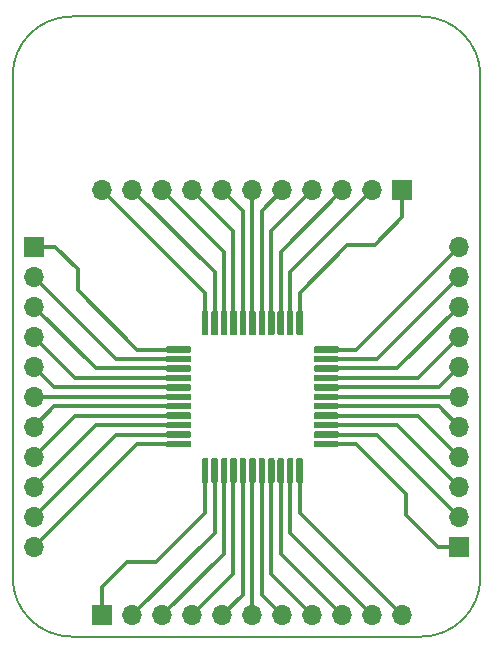
<source format=gbr>
G04 #@! TF.GenerationSoftware,KiCad,Pcbnew,5.1.4-e60b266~84~ubuntu19.04.1*
G04 #@! TF.CreationDate,2019-10-06T15:33:40+03:00*
G04 #@! TF.ProjectId,BRK-QFP-44-10x10-P0.8-Sharp,42524b2d-5146-4502-9d34-342d31307831,v1.0*
G04 #@! TF.SameCoordinates,Original*
G04 #@! TF.FileFunction,Copper,L1,Top*
G04 #@! TF.FilePolarity,Positive*
%FSLAX46Y46*%
G04 Gerber Fmt 4.6, Leading zero omitted, Abs format (unit mm)*
G04 Created by KiCad (PCBNEW 5.1.4-e60b266~84~ubuntu19.04.1) date 2019-10-06 15:33:40*
%MOMM*%
%LPD*%
G04 APERTURE LIST*
%ADD10C,0.150000*%
%ADD11C,0.100000*%
%ADD12C,0.550000*%
%ADD13O,1.700000X1.700000*%
%ADD14R,1.700000X1.700000*%
%ADD15C,0.300000*%
G04 APERTURE END LIST*
D10*
X73400000Y-30400000D02*
G75*
G02X78400000Y-35400000I0J-5000000D01*
G01*
X38800000Y-35400000D02*
G75*
G02X43800000Y-30400000I5000000J0D01*
G01*
X78400000Y-77900000D02*
G75*
G02X73400000Y-82900000I-5000000J0D01*
G01*
X43800000Y-82900000D02*
G75*
G02X38800000Y-77900000I0J5000000D01*
G01*
X73400000Y-82900000D02*
X43800000Y-82900000D01*
X78400000Y-35400000D02*
X78400000Y-77900000D01*
X43800000Y-30400000D02*
X73400000Y-30400000D01*
X38800000Y-77900000D02*
X38800000Y-35400000D01*
D11*
G36*
X55250977Y-55300662D02*
G01*
X55264325Y-55302642D01*
X55277414Y-55305921D01*
X55290119Y-55310467D01*
X55302317Y-55316236D01*
X55313891Y-55323173D01*
X55324729Y-55331211D01*
X55334727Y-55340273D01*
X55343789Y-55350271D01*
X55351827Y-55361109D01*
X55358764Y-55372683D01*
X55364533Y-55384881D01*
X55369079Y-55397586D01*
X55372358Y-55410675D01*
X55374338Y-55424023D01*
X55375000Y-55437500D01*
X55375000Y-57262500D01*
X55374338Y-57275977D01*
X55372358Y-57289325D01*
X55369079Y-57302414D01*
X55364533Y-57315119D01*
X55358764Y-57327317D01*
X55351827Y-57338891D01*
X55343789Y-57349729D01*
X55334727Y-57359727D01*
X55324729Y-57368789D01*
X55313891Y-57376827D01*
X55302317Y-57383764D01*
X55290119Y-57389533D01*
X55277414Y-57394079D01*
X55264325Y-57397358D01*
X55250977Y-57399338D01*
X55237500Y-57400000D01*
X54962500Y-57400000D01*
X54949023Y-57399338D01*
X54935675Y-57397358D01*
X54922586Y-57394079D01*
X54909881Y-57389533D01*
X54897683Y-57383764D01*
X54886109Y-57376827D01*
X54875271Y-57368789D01*
X54865273Y-57359727D01*
X54856211Y-57349729D01*
X54848173Y-57338891D01*
X54841236Y-57327317D01*
X54835467Y-57315119D01*
X54830921Y-57302414D01*
X54827642Y-57289325D01*
X54825662Y-57275977D01*
X54825000Y-57262500D01*
X54825000Y-55437500D01*
X54825662Y-55424023D01*
X54827642Y-55410675D01*
X54830921Y-55397586D01*
X54835467Y-55384881D01*
X54841236Y-55372683D01*
X54848173Y-55361109D01*
X54856211Y-55350271D01*
X54865273Y-55340273D01*
X54875271Y-55331211D01*
X54886109Y-55323173D01*
X54897683Y-55316236D01*
X54909881Y-55310467D01*
X54922586Y-55305921D01*
X54935675Y-55302642D01*
X54949023Y-55300662D01*
X54962500Y-55300000D01*
X55237500Y-55300000D01*
X55250977Y-55300662D01*
X55250977Y-55300662D01*
G37*
D12*
X55100000Y-56350000D03*
D11*
G36*
X56050977Y-55300662D02*
G01*
X56064325Y-55302642D01*
X56077414Y-55305921D01*
X56090119Y-55310467D01*
X56102317Y-55316236D01*
X56113891Y-55323173D01*
X56124729Y-55331211D01*
X56134727Y-55340273D01*
X56143789Y-55350271D01*
X56151827Y-55361109D01*
X56158764Y-55372683D01*
X56164533Y-55384881D01*
X56169079Y-55397586D01*
X56172358Y-55410675D01*
X56174338Y-55424023D01*
X56175000Y-55437500D01*
X56175000Y-57262500D01*
X56174338Y-57275977D01*
X56172358Y-57289325D01*
X56169079Y-57302414D01*
X56164533Y-57315119D01*
X56158764Y-57327317D01*
X56151827Y-57338891D01*
X56143789Y-57349729D01*
X56134727Y-57359727D01*
X56124729Y-57368789D01*
X56113891Y-57376827D01*
X56102317Y-57383764D01*
X56090119Y-57389533D01*
X56077414Y-57394079D01*
X56064325Y-57397358D01*
X56050977Y-57399338D01*
X56037500Y-57400000D01*
X55762500Y-57400000D01*
X55749023Y-57399338D01*
X55735675Y-57397358D01*
X55722586Y-57394079D01*
X55709881Y-57389533D01*
X55697683Y-57383764D01*
X55686109Y-57376827D01*
X55675271Y-57368789D01*
X55665273Y-57359727D01*
X55656211Y-57349729D01*
X55648173Y-57338891D01*
X55641236Y-57327317D01*
X55635467Y-57315119D01*
X55630921Y-57302414D01*
X55627642Y-57289325D01*
X55625662Y-57275977D01*
X55625000Y-57262500D01*
X55625000Y-55437500D01*
X55625662Y-55424023D01*
X55627642Y-55410675D01*
X55630921Y-55397586D01*
X55635467Y-55384881D01*
X55641236Y-55372683D01*
X55648173Y-55361109D01*
X55656211Y-55350271D01*
X55665273Y-55340273D01*
X55675271Y-55331211D01*
X55686109Y-55323173D01*
X55697683Y-55316236D01*
X55709881Y-55310467D01*
X55722586Y-55305921D01*
X55735675Y-55302642D01*
X55749023Y-55300662D01*
X55762500Y-55300000D01*
X56037500Y-55300000D01*
X56050977Y-55300662D01*
X56050977Y-55300662D01*
G37*
D12*
X55900000Y-56350000D03*
D11*
G36*
X56850977Y-55300662D02*
G01*
X56864325Y-55302642D01*
X56877414Y-55305921D01*
X56890119Y-55310467D01*
X56902317Y-55316236D01*
X56913891Y-55323173D01*
X56924729Y-55331211D01*
X56934727Y-55340273D01*
X56943789Y-55350271D01*
X56951827Y-55361109D01*
X56958764Y-55372683D01*
X56964533Y-55384881D01*
X56969079Y-55397586D01*
X56972358Y-55410675D01*
X56974338Y-55424023D01*
X56975000Y-55437500D01*
X56975000Y-57262500D01*
X56974338Y-57275977D01*
X56972358Y-57289325D01*
X56969079Y-57302414D01*
X56964533Y-57315119D01*
X56958764Y-57327317D01*
X56951827Y-57338891D01*
X56943789Y-57349729D01*
X56934727Y-57359727D01*
X56924729Y-57368789D01*
X56913891Y-57376827D01*
X56902317Y-57383764D01*
X56890119Y-57389533D01*
X56877414Y-57394079D01*
X56864325Y-57397358D01*
X56850977Y-57399338D01*
X56837500Y-57400000D01*
X56562500Y-57400000D01*
X56549023Y-57399338D01*
X56535675Y-57397358D01*
X56522586Y-57394079D01*
X56509881Y-57389533D01*
X56497683Y-57383764D01*
X56486109Y-57376827D01*
X56475271Y-57368789D01*
X56465273Y-57359727D01*
X56456211Y-57349729D01*
X56448173Y-57338891D01*
X56441236Y-57327317D01*
X56435467Y-57315119D01*
X56430921Y-57302414D01*
X56427642Y-57289325D01*
X56425662Y-57275977D01*
X56425000Y-57262500D01*
X56425000Y-55437500D01*
X56425662Y-55424023D01*
X56427642Y-55410675D01*
X56430921Y-55397586D01*
X56435467Y-55384881D01*
X56441236Y-55372683D01*
X56448173Y-55361109D01*
X56456211Y-55350271D01*
X56465273Y-55340273D01*
X56475271Y-55331211D01*
X56486109Y-55323173D01*
X56497683Y-55316236D01*
X56509881Y-55310467D01*
X56522586Y-55305921D01*
X56535675Y-55302642D01*
X56549023Y-55300662D01*
X56562500Y-55300000D01*
X56837500Y-55300000D01*
X56850977Y-55300662D01*
X56850977Y-55300662D01*
G37*
D12*
X56700000Y-56350000D03*
D11*
G36*
X57650977Y-55300662D02*
G01*
X57664325Y-55302642D01*
X57677414Y-55305921D01*
X57690119Y-55310467D01*
X57702317Y-55316236D01*
X57713891Y-55323173D01*
X57724729Y-55331211D01*
X57734727Y-55340273D01*
X57743789Y-55350271D01*
X57751827Y-55361109D01*
X57758764Y-55372683D01*
X57764533Y-55384881D01*
X57769079Y-55397586D01*
X57772358Y-55410675D01*
X57774338Y-55424023D01*
X57775000Y-55437500D01*
X57775000Y-57262500D01*
X57774338Y-57275977D01*
X57772358Y-57289325D01*
X57769079Y-57302414D01*
X57764533Y-57315119D01*
X57758764Y-57327317D01*
X57751827Y-57338891D01*
X57743789Y-57349729D01*
X57734727Y-57359727D01*
X57724729Y-57368789D01*
X57713891Y-57376827D01*
X57702317Y-57383764D01*
X57690119Y-57389533D01*
X57677414Y-57394079D01*
X57664325Y-57397358D01*
X57650977Y-57399338D01*
X57637500Y-57400000D01*
X57362500Y-57400000D01*
X57349023Y-57399338D01*
X57335675Y-57397358D01*
X57322586Y-57394079D01*
X57309881Y-57389533D01*
X57297683Y-57383764D01*
X57286109Y-57376827D01*
X57275271Y-57368789D01*
X57265273Y-57359727D01*
X57256211Y-57349729D01*
X57248173Y-57338891D01*
X57241236Y-57327317D01*
X57235467Y-57315119D01*
X57230921Y-57302414D01*
X57227642Y-57289325D01*
X57225662Y-57275977D01*
X57225000Y-57262500D01*
X57225000Y-55437500D01*
X57225662Y-55424023D01*
X57227642Y-55410675D01*
X57230921Y-55397586D01*
X57235467Y-55384881D01*
X57241236Y-55372683D01*
X57248173Y-55361109D01*
X57256211Y-55350271D01*
X57265273Y-55340273D01*
X57275271Y-55331211D01*
X57286109Y-55323173D01*
X57297683Y-55316236D01*
X57309881Y-55310467D01*
X57322586Y-55305921D01*
X57335675Y-55302642D01*
X57349023Y-55300662D01*
X57362500Y-55300000D01*
X57637500Y-55300000D01*
X57650977Y-55300662D01*
X57650977Y-55300662D01*
G37*
D12*
X57500000Y-56350000D03*
D11*
G36*
X58450977Y-55300662D02*
G01*
X58464325Y-55302642D01*
X58477414Y-55305921D01*
X58490119Y-55310467D01*
X58502317Y-55316236D01*
X58513891Y-55323173D01*
X58524729Y-55331211D01*
X58534727Y-55340273D01*
X58543789Y-55350271D01*
X58551827Y-55361109D01*
X58558764Y-55372683D01*
X58564533Y-55384881D01*
X58569079Y-55397586D01*
X58572358Y-55410675D01*
X58574338Y-55424023D01*
X58575000Y-55437500D01*
X58575000Y-57262500D01*
X58574338Y-57275977D01*
X58572358Y-57289325D01*
X58569079Y-57302414D01*
X58564533Y-57315119D01*
X58558764Y-57327317D01*
X58551827Y-57338891D01*
X58543789Y-57349729D01*
X58534727Y-57359727D01*
X58524729Y-57368789D01*
X58513891Y-57376827D01*
X58502317Y-57383764D01*
X58490119Y-57389533D01*
X58477414Y-57394079D01*
X58464325Y-57397358D01*
X58450977Y-57399338D01*
X58437500Y-57400000D01*
X58162500Y-57400000D01*
X58149023Y-57399338D01*
X58135675Y-57397358D01*
X58122586Y-57394079D01*
X58109881Y-57389533D01*
X58097683Y-57383764D01*
X58086109Y-57376827D01*
X58075271Y-57368789D01*
X58065273Y-57359727D01*
X58056211Y-57349729D01*
X58048173Y-57338891D01*
X58041236Y-57327317D01*
X58035467Y-57315119D01*
X58030921Y-57302414D01*
X58027642Y-57289325D01*
X58025662Y-57275977D01*
X58025000Y-57262500D01*
X58025000Y-55437500D01*
X58025662Y-55424023D01*
X58027642Y-55410675D01*
X58030921Y-55397586D01*
X58035467Y-55384881D01*
X58041236Y-55372683D01*
X58048173Y-55361109D01*
X58056211Y-55350271D01*
X58065273Y-55340273D01*
X58075271Y-55331211D01*
X58086109Y-55323173D01*
X58097683Y-55316236D01*
X58109881Y-55310467D01*
X58122586Y-55305921D01*
X58135675Y-55302642D01*
X58149023Y-55300662D01*
X58162500Y-55300000D01*
X58437500Y-55300000D01*
X58450977Y-55300662D01*
X58450977Y-55300662D01*
G37*
D12*
X58300000Y-56350000D03*
D11*
G36*
X59250977Y-55300662D02*
G01*
X59264325Y-55302642D01*
X59277414Y-55305921D01*
X59290119Y-55310467D01*
X59302317Y-55316236D01*
X59313891Y-55323173D01*
X59324729Y-55331211D01*
X59334727Y-55340273D01*
X59343789Y-55350271D01*
X59351827Y-55361109D01*
X59358764Y-55372683D01*
X59364533Y-55384881D01*
X59369079Y-55397586D01*
X59372358Y-55410675D01*
X59374338Y-55424023D01*
X59375000Y-55437500D01*
X59375000Y-57262500D01*
X59374338Y-57275977D01*
X59372358Y-57289325D01*
X59369079Y-57302414D01*
X59364533Y-57315119D01*
X59358764Y-57327317D01*
X59351827Y-57338891D01*
X59343789Y-57349729D01*
X59334727Y-57359727D01*
X59324729Y-57368789D01*
X59313891Y-57376827D01*
X59302317Y-57383764D01*
X59290119Y-57389533D01*
X59277414Y-57394079D01*
X59264325Y-57397358D01*
X59250977Y-57399338D01*
X59237500Y-57400000D01*
X58962500Y-57400000D01*
X58949023Y-57399338D01*
X58935675Y-57397358D01*
X58922586Y-57394079D01*
X58909881Y-57389533D01*
X58897683Y-57383764D01*
X58886109Y-57376827D01*
X58875271Y-57368789D01*
X58865273Y-57359727D01*
X58856211Y-57349729D01*
X58848173Y-57338891D01*
X58841236Y-57327317D01*
X58835467Y-57315119D01*
X58830921Y-57302414D01*
X58827642Y-57289325D01*
X58825662Y-57275977D01*
X58825000Y-57262500D01*
X58825000Y-55437500D01*
X58825662Y-55424023D01*
X58827642Y-55410675D01*
X58830921Y-55397586D01*
X58835467Y-55384881D01*
X58841236Y-55372683D01*
X58848173Y-55361109D01*
X58856211Y-55350271D01*
X58865273Y-55340273D01*
X58875271Y-55331211D01*
X58886109Y-55323173D01*
X58897683Y-55316236D01*
X58909881Y-55310467D01*
X58922586Y-55305921D01*
X58935675Y-55302642D01*
X58949023Y-55300662D01*
X58962500Y-55300000D01*
X59237500Y-55300000D01*
X59250977Y-55300662D01*
X59250977Y-55300662D01*
G37*
D12*
X59100000Y-56350000D03*
D11*
G36*
X60050977Y-55300662D02*
G01*
X60064325Y-55302642D01*
X60077414Y-55305921D01*
X60090119Y-55310467D01*
X60102317Y-55316236D01*
X60113891Y-55323173D01*
X60124729Y-55331211D01*
X60134727Y-55340273D01*
X60143789Y-55350271D01*
X60151827Y-55361109D01*
X60158764Y-55372683D01*
X60164533Y-55384881D01*
X60169079Y-55397586D01*
X60172358Y-55410675D01*
X60174338Y-55424023D01*
X60175000Y-55437500D01*
X60175000Y-57262500D01*
X60174338Y-57275977D01*
X60172358Y-57289325D01*
X60169079Y-57302414D01*
X60164533Y-57315119D01*
X60158764Y-57327317D01*
X60151827Y-57338891D01*
X60143789Y-57349729D01*
X60134727Y-57359727D01*
X60124729Y-57368789D01*
X60113891Y-57376827D01*
X60102317Y-57383764D01*
X60090119Y-57389533D01*
X60077414Y-57394079D01*
X60064325Y-57397358D01*
X60050977Y-57399338D01*
X60037500Y-57400000D01*
X59762500Y-57400000D01*
X59749023Y-57399338D01*
X59735675Y-57397358D01*
X59722586Y-57394079D01*
X59709881Y-57389533D01*
X59697683Y-57383764D01*
X59686109Y-57376827D01*
X59675271Y-57368789D01*
X59665273Y-57359727D01*
X59656211Y-57349729D01*
X59648173Y-57338891D01*
X59641236Y-57327317D01*
X59635467Y-57315119D01*
X59630921Y-57302414D01*
X59627642Y-57289325D01*
X59625662Y-57275977D01*
X59625000Y-57262500D01*
X59625000Y-55437500D01*
X59625662Y-55424023D01*
X59627642Y-55410675D01*
X59630921Y-55397586D01*
X59635467Y-55384881D01*
X59641236Y-55372683D01*
X59648173Y-55361109D01*
X59656211Y-55350271D01*
X59665273Y-55340273D01*
X59675271Y-55331211D01*
X59686109Y-55323173D01*
X59697683Y-55316236D01*
X59709881Y-55310467D01*
X59722586Y-55305921D01*
X59735675Y-55302642D01*
X59749023Y-55300662D01*
X59762500Y-55300000D01*
X60037500Y-55300000D01*
X60050977Y-55300662D01*
X60050977Y-55300662D01*
G37*
D12*
X59900000Y-56350000D03*
D11*
G36*
X60850977Y-55300662D02*
G01*
X60864325Y-55302642D01*
X60877414Y-55305921D01*
X60890119Y-55310467D01*
X60902317Y-55316236D01*
X60913891Y-55323173D01*
X60924729Y-55331211D01*
X60934727Y-55340273D01*
X60943789Y-55350271D01*
X60951827Y-55361109D01*
X60958764Y-55372683D01*
X60964533Y-55384881D01*
X60969079Y-55397586D01*
X60972358Y-55410675D01*
X60974338Y-55424023D01*
X60975000Y-55437500D01*
X60975000Y-57262500D01*
X60974338Y-57275977D01*
X60972358Y-57289325D01*
X60969079Y-57302414D01*
X60964533Y-57315119D01*
X60958764Y-57327317D01*
X60951827Y-57338891D01*
X60943789Y-57349729D01*
X60934727Y-57359727D01*
X60924729Y-57368789D01*
X60913891Y-57376827D01*
X60902317Y-57383764D01*
X60890119Y-57389533D01*
X60877414Y-57394079D01*
X60864325Y-57397358D01*
X60850977Y-57399338D01*
X60837500Y-57400000D01*
X60562500Y-57400000D01*
X60549023Y-57399338D01*
X60535675Y-57397358D01*
X60522586Y-57394079D01*
X60509881Y-57389533D01*
X60497683Y-57383764D01*
X60486109Y-57376827D01*
X60475271Y-57368789D01*
X60465273Y-57359727D01*
X60456211Y-57349729D01*
X60448173Y-57338891D01*
X60441236Y-57327317D01*
X60435467Y-57315119D01*
X60430921Y-57302414D01*
X60427642Y-57289325D01*
X60425662Y-57275977D01*
X60425000Y-57262500D01*
X60425000Y-55437500D01*
X60425662Y-55424023D01*
X60427642Y-55410675D01*
X60430921Y-55397586D01*
X60435467Y-55384881D01*
X60441236Y-55372683D01*
X60448173Y-55361109D01*
X60456211Y-55350271D01*
X60465273Y-55340273D01*
X60475271Y-55331211D01*
X60486109Y-55323173D01*
X60497683Y-55316236D01*
X60509881Y-55310467D01*
X60522586Y-55305921D01*
X60535675Y-55302642D01*
X60549023Y-55300662D01*
X60562500Y-55300000D01*
X60837500Y-55300000D01*
X60850977Y-55300662D01*
X60850977Y-55300662D01*
G37*
D12*
X60700000Y-56350000D03*
D11*
G36*
X61650977Y-55300662D02*
G01*
X61664325Y-55302642D01*
X61677414Y-55305921D01*
X61690119Y-55310467D01*
X61702317Y-55316236D01*
X61713891Y-55323173D01*
X61724729Y-55331211D01*
X61734727Y-55340273D01*
X61743789Y-55350271D01*
X61751827Y-55361109D01*
X61758764Y-55372683D01*
X61764533Y-55384881D01*
X61769079Y-55397586D01*
X61772358Y-55410675D01*
X61774338Y-55424023D01*
X61775000Y-55437500D01*
X61775000Y-57262500D01*
X61774338Y-57275977D01*
X61772358Y-57289325D01*
X61769079Y-57302414D01*
X61764533Y-57315119D01*
X61758764Y-57327317D01*
X61751827Y-57338891D01*
X61743789Y-57349729D01*
X61734727Y-57359727D01*
X61724729Y-57368789D01*
X61713891Y-57376827D01*
X61702317Y-57383764D01*
X61690119Y-57389533D01*
X61677414Y-57394079D01*
X61664325Y-57397358D01*
X61650977Y-57399338D01*
X61637500Y-57400000D01*
X61362500Y-57400000D01*
X61349023Y-57399338D01*
X61335675Y-57397358D01*
X61322586Y-57394079D01*
X61309881Y-57389533D01*
X61297683Y-57383764D01*
X61286109Y-57376827D01*
X61275271Y-57368789D01*
X61265273Y-57359727D01*
X61256211Y-57349729D01*
X61248173Y-57338891D01*
X61241236Y-57327317D01*
X61235467Y-57315119D01*
X61230921Y-57302414D01*
X61227642Y-57289325D01*
X61225662Y-57275977D01*
X61225000Y-57262500D01*
X61225000Y-55437500D01*
X61225662Y-55424023D01*
X61227642Y-55410675D01*
X61230921Y-55397586D01*
X61235467Y-55384881D01*
X61241236Y-55372683D01*
X61248173Y-55361109D01*
X61256211Y-55350271D01*
X61265273Y-55340273D01*
X61275271Y-55331211D01*
X61286109Y-55323173D01*
X61297683Y-55316236D01*
X61309881Y-55310467D01*
X61322586Y-55305921D01*
X61335675Y-55302642D01*
X61349023Y-55300662D01*
X61362500Y-55300000D01*
X61637500Y-55300000D01*
X61650977Y-55300662D01*
X61650977Y-55300662D01*
G37*
D12*
X61500000Y-56350000D03*
D11*
G36*
X62450977Y-55300662D02*
G01*
X62464325Y-55302642D01*
X62477414Y-55305921D01*
X62490119Y-55310467D01*
X62502317Y-55316236D01*
X62513891Y-55323173D01*
X62524729Y-55331211D01*
X62534727Y-55340273D01*
X62543789Y-55350271D01*
X62551827Y-55361109D01*
X62558764Y-55372683D01*
X62564533Y-55384881D01*
X62569079Y-55397586D01*
X62572358Y-55410675D01*
X62574338Y-55424023D01*
X62575000Y-55437500D01*
X62575000Y-57262500D01*
X62574338Y-57275977D01*
X62572358Y-57289325D01*
X62569079Y-57302414D01*
X62564533Y-57315119D01*
X62558764Y-57327317D01*
X62551827Y-57338891D01*
X62543789Y-57349729D01*
X62534727Y-57359727D01*
X62524729Y-57368789D01*
X62513891Y-57376827D01*
X62502317Y-57383764D01*
X62490119Y-57389533D01*
X62477414Y-57394079D01*
X62464325Y-57397358D01*
X62450977Y-57399338D01*
X62437500Y-57400000D01*
X62162500Y-57400000D01*
X62149023Y-57399338D01*
X62135675Y-57397358D01*
X62122586Y-57394079D01*
X62109881Y-57389533D01*
X62097683Y-57383764D01*
X62086109Y-57376827D01*
X62075271Y-57368789D01*
X62065273Y-57359727D01*
X62056211Y-57349729D01*
X62048173Y-57338891D01*
X62041236Y-57327317D01*
X62035467Y-57315119D01*
X62030921Y-57302414D01*
X62027642Y-57289325D01*
X62025662Y-57275977D01*
X62025000Y-57262500D01*
X62025000Y-55437500D01*
X62025662Y-55424023D01*
X62027642Y-55410675D01*
X62030921Y-55397586D01*
X62035467Y-55384881D01*
X62041236Y-55372683D01*
X62048173Y-55361109D01*
X62056211Y-55350271D01*
X62065273Y-55340273D01*
X62075271Y-55331211D01*
X62086109Y-55323173D01*
X62097683Y-55316236D01*
X62109881Y-55310467D01*
X62122586Y-55305921D01*
X62135675Y-55302642D01*
X62149023Y-55300662D01*
X62162500Y-55300000D01*
X62437500Y-55300000D01*
X62450977Y-55300662D01*
X62450977Y-55300662D01*
G37*
D12*
X62300000Y-56350000D03*
D11*
G36*
X63250977Y-55300662D02*
G01*
X63264325Y-55302642D01*
X63277414Y-55305921D01*
X63290119Y-55310467D01*
X63302317Y-55316236D01*
X63313891Y-55323173D01*
X63324729Y-55331211D01*
X63334727Y-55340273D01*
X63343789Y-55350271D01*
X63351827Y-55361109D01*
X63358764Y-55372683D01*
X63364533Y-55384881D01*
X63369079Y-55397586D01*
X63372358Y-55410675D01*
X63374338Y-55424023D01*
X63375000Y-55437500D01*
X63375000Y-57262500D01*
X63374338Y-57275977D01*
X63372358Y-57289325D01*
X63369079Y-57302414D01*
X63364533Y-57315119D01*
X63358764Y-57327317D01*
X63351827Y-57338891D01*
X63343789Y-57349729D01*
X63334727Y-57359727D01*
X63324729Y-57368789D01*
X63313891Y-57376827D01*
X63302317Y-57383764D01*
X63290119Y-57389533D01*
X63277414Y-57394079D01*
X63264325Y-57397358D01*
X63250977Y-57399338D01*
X63237500Y-57400000D01*
X62962500Y-57400000D01*
X62949023Y-57399338D01*
X62935675Y-57397358D01*
X62922586Y-57394079D01*
X62909881Y-57389533D01*
X62897683Y-57383764D01*
X62886109Y-57376827D01*
X62875271Y-57368789D01*
X62865273Y-57359727D01*
X62856211Y-57349729D01*
X62848173Y-57338891D01*
X62841236Y-57327317D01*
X62835467Y-57315119D01*
X62830921Y-57302414D01*
X62827642Y-57289325D01*
X62825662Y-57275977D01*
X62825000Y-57262500D01*
X62825000Y-55437500D01*
X62825662Y-55424023D01*
X62827642Y-55410675D01*
X62830921Y-55397586D01*
X62835467Y-55384881D01*
X62841236Y-55372683D01*
X62848173Y-55361109D01*
X62856211Y-55350271D01*
X62865273Y-55340273D01*
X62875271Y-55331211D01*
X62886109Y-55323173D01*
X62897683Y-55316236D01*
X62909881Y-55310467D01*
X62922586Y-55305921D01*
X62935675Y-55302642D01*
X62949023Y-55300662D01*
X62962500Y-55300000D01*
X63237500Y-55300000D01*
X63250977Y-55300662D01*
X63250977Y-55300662D01*
G37*
D12*
X63100000Y-56350000D03*
D11*
G36*
X66275977Y-58325662D02*
G01*
X66289325Y-58327642D01*
X66302414Y-58330921D01*
X66315119Y-58335467D01*
X66327317Y-58341236D01*
X66338891Y-58348173D01*
X66349729Y-58356211D01*
X66359727Y-58365273D01*
X66368789Y-58375271D01*
X66376827Y-58386109D01*
X66383764Y-58397683D01*
X66389533Y-58409881D01*
X66394079Y-58422586D01*
X66397358Y-58435675D01*
X66399338Y-58449023D01*
X66400000Y-58462500D01*
X66400000Y-58737500D01*
X66399338Y-58750977D01*
X66397358Y-58764325D01*
X66394079Y-58777414D01*
X66389533Y-58790119D01*
X66383764Y-58802317D01*
X66376827Y-58813891D01*
X66368789Y-58824729D01*
X66359727Y-58834727D01*
X66349729Y-58843789D01*
X66338891Y-58851827D01*
X66327317Y-58858764D01*
X66315119Y-58864533D01*
X66302414Y-58869079D01*
X66289325Y-58872358D01*
X66275977Y-58874338D01*
X66262500Y-58875000D01*
X64437500Y-58875000D01*
X64424023Y-58874338D01*
X64410675Y-58872358D01*
X64397586Y-58869079D01*
X64384881Y-58864533D01*
X64372683Y-58858764D01*
X64361109Y-58851827D01*
X64350271Y-58843789D01*
X64340273Y-58834727D01*
X64331211Y-58824729D01*
X64323173Y-58813891D01*
X64316236Y-58802317D01*
X64310467Y-58790119D01*
X64305921Y-58777414D01*
X64302642Y-58764325D01*
X64300662Y-58750977D01*
X64300000Y-58737500D01*
X64300000Y-58462500D01*
X64300662Y-58449023D01*
X64302642Y-58435675D01*
X64305921Y-58422586D01*
X64310467Y-58409881D01*
X64316236Y-58397683D01*
X64323173Y-58386109D01*
X64331211Y-58375271D01*
X64340273Y-58365273D01*
X64350271Y-58356211D01*
X64361109Y-58348173D01*
X64372683Y-58341236D01*
X64384881Y-58335467D01*
X64397586Y-58330921D01*
X64410675Y-58327642D01*
X64424023Y-58325662D01*
X64437500Y-58325000D01*
X66262500Y-58325000D01*
X66275977Y-58325662D01*
X66275977Y-58325662D01*
G37*
D12*
X65350000Y-58600000D03*
D11*
G36*
X66275977Y-59125662D02*
G01*
X66289325Y-59127642D01*
X66302414Y-59130921D01*
X66315119Y-59135467D01*
X66327317Y-59141236D01*
X66338891Y-59148173D01*
X66349729Y-59156211D01*
X66359727Y-59165273D01*
X66368789Y-59175271D01*
X66376827Y-59186109D01*
X66383764Y-59197683D01*
X66389533Y-59209881D01*
X66394079Y-59222586D01*
X66397358Y-59235675D01*
X66399338Y-59249023D01*
X66400000Y-59262500D01*
X66400000Y-59537500D01*
X66399338Y-59550977D01*
X66397358Y-59564325D01*
X66394079Y-59577414D01*
X66389533Y-59590119D01*
X66383764Y-59602317D01*
X66376827Y-59613891D01*
X66368789Y-59624729D01*
X66359727Y-59634727D01*
X66349729Y-59643789D01*
X66338891Y-59651827D01*
X66327317Y-59658764D01*
X66315119Y-59664533D01*
X66302414Y-59669079D01*
X66289325Y-59672358D01*
X66275977Y-59674338D01*
X66262500Y-59675000D01*
X64437500Y-59675000D01*
X64424023Y-59674338D01*
X64410675Y-59672358D01*
X64397586Y-59669079D01*
X64384881Y-59664533D01*
X64372683Y-59658764D01*
X64361109Y-59651827D01*
X64350271Y-59643789D01*
X64340273Y-59634727D01*
X64331211Y-59624729D01*
X64323173Y-59613891D01*
X64316236Y-59602317D01*
X64310467Y-59590119D01*
X64305921Y-59577414D01*
X64302642Y-59564325D01*
X64300662Y-59550977D01*
X64300000Y-59537500D01*
X64300000Y-59262500D01*
X64300662Y-59249023D01*
X64302642Y-59235675D01*
X64305921Y-59222586D01*
X64310467Y-59209881D01*
X64316236Y-59197683D01*
X64323173Y-59186109D01*
X64331211Y-59175271D01*
X64340273Y-59165273D01*
X64350271Y-59156211D01*
X64361109Y-59148173D01*
X64372683Y-59141236D01*
X64384881Y-59135467D01*
X64397586Y-59130921D01*
X64410675Y-59127642D01*
X64424023Y-59125662D01*
X64437500Y-59125000D01*
X66262500Y-59125000D01*
X66275977Y-59125662D01*
X66275977Y-59125662D01*
G37*
D12*
X65350000Y-59400000D03*
D11*
G36*
X66275977Y-59925662D02*
G01*
X66289325Y-59927642D01*
X66302414Y-59930921D01*
X66315119Y-59935467D01*
X66327317Y-59941236D01*
X66338891Y-59948173D01*
X66349729Y-59956211D01*
X66359727Y-59965273D01*
X66368789Y-59975271D01*
X66376827Y-59986109D01*
X66383764Y-59997683D01*
X66389533Y-60009881D01*
X66394079Y-60022586D01*
X66397358Y-60035675D01*
X66399338Y-60049023D01*
X66400000Y-60062500D01*
X66400000Y-60337500D01*
X66399338Y-60350977D01*
X66397358Y-60364325D01*
X66394079Y-60377414D01*
X66389533Y-60390119D01*
X66383764Y-60402317D01*
X66376827Y-60413891D01*
X66368789Y-60424729D01*
X66359727Y-60434727D01*
X66349729Y-60443789D01*
X66338891Y-60451827D01*
X66327317Y-60458764D01*
X66315119Y-60464533D01*
X66302414Y-60469079D01*
X66289325Y-60472358D01*
X66275977Y-60474338D01*
X66262500Y-60475000D01*
X64437500Y-60475000D01*
X64424023Y-60474338D01*
X64410675Y-60472358D01*
X64397586Y-60469079D01*
X64384881Y-60464533D01*
X64372683Y-60458764D01*
X64361109Y-60451827D01*
X64350271Y-60443789D01*
X64340273Y-60434727D01*
X64331211Y-60424729D01*
X64323173Y-60413891D01*
X64316236Y-60402317D01*
X64310467Y-60390119D01*
X64305921Y-60377414D01*
X64302642Y-60364325D01*
X64300662Y-60350977D01*
X64300000Y-60337500D01*
X64300000Y-60062500D01*
X64300662Y-60049023D01*
X64302642Y-60035675D01*
X64305921Y-60022586D01*
X64310467Y-60009881D01*
X64316236Y-59997683D01*
X64323173Y-59986109D01*
X64331211Y-59975271D01*
X64340273Y-59965273D01*
X64350271Y-59956211D01*
X64361109Y-59948173D01*
X64372683Y-59941236D01*
X64384881Y-59935467D01*
X64397586Y-59930921D01*
X64410675Y-59927642D01*
X64424023Y-59925662D01*
X64437500Y-59925000D01*
X66262500Y-59925000D01*
X66275977Y-59925662D01*
X66275977Y-59925662D01*
G37*
D12*
X65350000Y-60200000D03*
D11*
G36*
X66275977Y-60725662D02*
G01*
X66289325Y-60727642D01*
X66302414Y-60730921D01*
X66315119Y-60735467D01*
X66327317Y-60741236D01*
X66338891Y-60748173D01*
X66349729Y-60756211D01*
X66359727Y-60765273D01*
X66368789Y-60775271D01*
X66376827Y-60786109D01*
X66383764Y-60797683D01*
X66389533Y-60809881D01*
X66394079Y-60822586D01*
X66397358Y-60835675D01*
X66399338Y-60849023D01*
X66400000Y-60862500D01*
X66400000Y-61137500D01*
X66399338Y-61150977D01*
X66397358Y-61164325D01*
X66394079Y-61177414D01*
X66389533Y-61190119D01*
X66383764Y-61202317D01*
X66376827Y-61213891D01*
X66368789Y-61224729D01*
X66359727Y-61234727D01*
X66349729Y-61243789D01*
X66338891Y-61251827D01*
X66327317Y-61258764D01*
X66315119Y-61264533D01*
X66302414Y-61269079D01*
X66289325Y-61272358D01*
X66275977Y-61274338D01*
X66262500Y-61275000D01*
X64437500Y-61275000D01*
X64424023Y-61274338D01*
X64410675Y-61272358D01*
X64397586Y-61269079D01*
X64384881Y-61264533D01*
X64372683Y-61258764D01*
X64361109Y-61251827D01*
X64350271Y-61243789D01*
X64340273Y-61234727D01*
X64331211Y-61224729D01*
X64323173Y-61213891D01*
X64316236Y-61202317D01*
X64310467Y-61190119D01*
X64305921Y-61177414D01*
X64302642Y-61164325D01*
X64300662Y-61150977D01*
X64300000Y-61137500D01*
X64300000Y-60862500D01*
X64300662Y-60849023D01*
X64302642Y-60835675D01*
X64305921Y-60822586D01*
X64310467Y-60809881D01*
X64316236Y-60797683D01*
X64323173Y-60786109D01*
X64331211Y-60775271D01*
X64340273Y-60765273D01*
X64350271Y-60756211D01*
X64361109Y-60748173D01*
X64372683Y-60741236D01*
X64384881Y-60735467D01*
X64397586Y-60730921D01*
X64410675Y-60727642D01*
X64424023Y-60725662D01*
X64437500Y-60725000D01*
X66262500Y-60725000D01*
X66275977Y-60725662D01*
X66275977Y-60725662D01*
G37*
D12*
X65350000Y-61000000D03*
D11*
G36*
X66275977Y-61525662D02*
G01*
X66289325Y-61527642D01*
X66302414Y-61530921D01*
X66315119Y-61535467D01*
X66327317Y-61541236D01*
X66338891Y-61548173D01*
X66349729Y-61556211D01*
X66359727Y-61565273D01*
X66368789Y-61575271D01*
X66376827Y-61586109D01*
X66383764Y-61597683D01*
X66389533Y-61609881D01*
X66394079Y-61622586D01*
X66397358Y-61635675D01*
X66399338Y-61649023D01*
X66400000Y-61662500D01*
X66400000Y-61937500D01*
X66399338Y-61950977D01*
X66397358Y-61964325D01*
X66394079Y-61977414D01*
X66389533Y-61990119D01*
X66383764Y-62002317D01*
X66376827Y-62013891D01*
X66368789Y-62024729D01*
X66359727Y-62034727D01*
X66349729Y-62043789D01*
X66338891Y-62051827D01*
X66327317Y-62058764D01*
X66315119Y-62064533D01*
X66302414Y-62069079D01*
X66289325Y-62072358D01*
X66275977Y-62074338D01*
X66262500Y-62075000D01*
X64437500Y-62075000D01*
X64424023Y-62074338D01*
X64410675Y-62072358D01*
X64397586Y-62069079D01*
X64384881Y-62064533D01*
X64372683Y-62058764D01*
X64361109Y-62051827D01*
X64350271Y-62043789D01*
X64340273Y-62034727D01*
X64331211Y-62024729D01*
X64323173Y-62013891D01*
X64316236Y-62002317D01*
X64310467Y-61990119D01*
X64305921Y-61977414D01*
X64302642Y-61964325D01*
X64300662Y-61950977D01*
X64300000Y-61937500D01*
X64300000Y-61662500D01*
X64300662Y-61649023D01*
X64302642Y-61635675D01*
X64305921Y-61622586D01*
X64310467Y-61609881D01*
X64316236Y-61597683D01*
X64323173Y-61586109D01*
X64331211Y-61575271D01*
X64340273Y-61565273D01*
X64350271Y-61556211D01*
X64361109Y-61548173D01*
X64372683Y-61541236D01*
X64384881Y-61535467D01*
X64397586Y-61530921D01*
X64410675Y-61527642D01*
X64424023Y-61525662D01*
X64437500Y-61525000D01*
X66262500Y-61525000D01*
X66275977Y-61525662D01*
X66275977Y-61525662D01*
G37*
D12*
X65350000Y-61800000D03*
D11*
G36*
X66275977Y-62325662D02*
G01*
X66289325Y-62327642D01*
X66302414Y-62330921D01*
X66315119Y-62335467D01*
X66327317Y-62341236D01*
X66338891Y-62348173D01*
X66349729Y-62356211D01*
X66359727Y-62365273D01*
X66368789Y-62375271D01*
X66376827Y-62386109D01*
X66383764Y-62397683D01*
X66389533Y-62409881D01*
X66394079Y-62422586D01*
X66397358Y-62435675D01*
X66399338Y-62449023D01*
X66400000Y-62462500D01*
X66400000Y-62737500D01*
X66399338Y-62750977D01*
X66397358Y-62764325D01*
X66394079Y-62777414D01*
X66389533Y-62790119D01*
X66383764Y-62802317D01*
X66376827Y-62813891D01*
X66368789Y-62824729D01*
X66359727Y-62834727D01*
X66349729Y-62843789D01*
X66338891Y-62851827D01*
X66327317Y-62858764D01*
X66315119Y-62864533D01*
X66302414Y-62869079D01*
X66289325Y-62872358D01*
X66275977Y-62874338D01*
X66262500Y-62875000D01*
X64437500Y-62875000D01*
X64424023Y-62874338D01*
X64410675Y-62872358D01*
X64397586Y-62869079D01*
X64384881Y-62864533D01*
X64372683Y-62858764D01*
X64361109Y-62851827D01*
X64350271Y-62843789D01*
X64340273Y-62834727D01*
X64331211Y-62824729D01*
X64323173Y-62813891D01*
X64316236Y-62802317D01*
X64310467Y-62790119D01*
X64305921Y-62777414D01*
X64302642Y-62764325D01*
X64300662Y-62750977D01*
X64300000Y-62737500D01*
X64300000Y-62462500D01*
X64300662Y-62449023D01*
X64302642Y-62435675D01*
X64305921Y-62422586D01*
X64310467Y-62409881D01*
X64316236Y-62397683D01*
X64323173Y-62386109D01*
X64331211Y-62375271D01*
X64340273Y-62365273D01*
X64350271Y-62356211D01*
X64361109Y-62348173D01*
X64372683Y-62341236D01*
X64384881Y-62335467D01*
X64397586Y-62330921D01*
X64410675Y-62327642D01*
X64424023Y-62325662D01*
X64437500Y-62325000D01*
X66262500Y-62325000D01*
X66275977Y-62325662D01*
X66275977Y-62325662D01*
G37*
D12*
X65350000Y-62600000D03*
D11*
G36*
X66275977Y-63125662D02*
G01*
X66289325Y-63127642D01*
X66302414Y-63130921D01*
X66315119Y-63135467D01*
X66327317Y-63141236D01*
X66338891Y-63148173D01*
X66349729Y-63156211D01*
X66359727Y-63165273D01*
X66368789Y-63175271D01*
X66376827Y-63186109D01*
X66383764Y-63197683D01*
X66389533Y-63209881D01*
X66394079Y-63222586D01*
X66397358Y-63235675D01*
X66399338Y-63249023D01*
X66400000Y-63262500D01*
X66400000Y-63537500D01*
X66399338Y-63550977D01*
X66397358Y-63564325D01*
X66394079Y-63577414D01*
X66389533Y-63590119D01*
X66383764Y-63602317D01*
X66376827Y-63613891D01*
X66368789Y-63624729D01*
X66359727Y-63634727D01*
X66349729Y-63643789D01*
X66338891Y-63651827D01*
X66327317Y-63658764D01*
X66315119Y-63664533D01*
X66302414Y-63669079D01*
X66289325Y-63672358D01*
X66275977Y-63674338D01*
X66262500Y-63675000D01*
X64437500Y-63675000D01*
X64424023Y-63674338D01*
X64410675Y-63672358D01*
X64397586Y-63669079D01*
X64384881Y-63664533D01*
X64372683Y-63658764D01*
X64361109Y-63651827D01*
X64350271Y-63643789D01*
X64340273Y-63634727D01*
X64331211Y-63624729D01*
X64323173Y-63613891D01*
X64316236Y-63602317D01*
X64310467Y-63590119D01*
X64305921Y-63577414D01*
X64302642Y-63564325D01*
X64300662Y-63550977D01*
X64300000Y-63537500D01*
X64300000Y-63262500D01*
X64300662Y-63249023D01*
X64302642Y-63235675D01*
X64305921Y-63222586D01*
X64310467Y-63209881D01*
X64316236Y-63197683D01*
X64323173Y-63186109D01*
X64331211Y-63175271D01*
X64340273Y-63165273D01*
X64350271Y-63156211D01*
X64361109Y-63148173D01*
X64372683Y-63141236D01*
X64384881Y-63135467D01*
X64397586Y-63130921D01*
X64410675Y-63127642D01*
X64424023Y-63125662D01*
X64437500Y-63125000D01*
X66262500Y-63125000D01*
X66275977Y-63125662D01*
X66275977Y-63125662D01*
G37*
D12*
X65350000Y-63400000D03*
D11*
G36*
X66275977Y-63925662D02*
G01*
X66289325Y-63927642D01*
X66302414Y-63930921D01*
X66315119Y-63935467D01*
X66327317Y-63941236D01*
X66338891Y-63948173D01*
X66349729Y-63956211D01*
X66359727Y-63965273D01*
X66368789Y-63975271D01*
X66376827Y-63986109D01*
X66383764Y-63997683D01*
X66389533Y-64009881D01*
X66394079Y-64022586D01*
X66397358Y-64035675D01*
X66399338Y-64049023D01*
X66400000Y-64062500D01*
X66400000Y-64337500D01*
X66399338Y-64350977D01*
X66397358Y-64364325D01*
X66394079Y-64377414D01*
X66389533Y-64390119D01*
X66383764Y-64402317D01*
X66376827Y-64413891D01*
X66368789Y-64424729D01*
X66359727Y-64434727D01*
X66349729Y-64443789D01*
X66338891Y-64451827D01*
X66327317Y-64458764D01*
X66315119Y-64464533D01*
X66302414Y-64469079D01*
X66289325Y-64472358D01*
X66275977Y-64474338D01*
X66262500Y-64475000D01*
X64437500Y-64475000D01*
X64424023Y-64474338D01*
X64410675Y-64472358D01*
X64397586Y-64469079D01*
X64384881Y-64464533D01*
X64372683Y-64458764D01*
X64361109Y-64451827D01*
X64350271Y-64443789D01*
X64340273Y-64434727D01*
X64331211Y-64424729D01*
X64323173Y-64413891D01*
X64316236Y-64402317D01*
X64310467Y-64390119D01*
X64305921Y-64377414D01*
X64302642Y-64364325D01*
X64300662Y-64350977D01*
X64300000Y-64337500D01*
X64300000Y-64062500D01*
X64300662Y-64049023D01*
X64302642Y-64035675D01*
X64305921Y-64022586D01*
X64310467Y-64009881D01*
X64316236Y-63997683D01*
X64323173Y-63986109D01*
X64331211Y-63975271D01*
X64340273Y-63965273D01*
X64350271Y-63956211D01*
X64361109Y-63948173D01*
X64372683Y-63941236D01*
X64384881Y-63935467D01*
X64397586Y-63930921D01*
X64410675Y-63927642D01*
X64424023Y-63925662D01*
X64437500Y-63925000D01*
X66262500Y-63925000D01*
X66275977Y-63925662D01*
X66275977Y-63925662D01*
G37*
D12*
X65350000Y-64200000D03*
D11*
G36*
X66275977Y-64725662D02*
G01*
X66289325Y-64727642D01*
X66302414Y-64730921D01*
X66315119Y-64735467D01*
X66327317Y-64741236D01*
X66338891Y-64748173D01*
X66349729Y-64756211D01*
X66359727Y-64765273D01*
X66368789Y-64775271D01*
X66376827Y-64786109D01*
X66383764Y-64797683D01*
X66389533Y-64809881D01*
X66394079Y-64822586D01*
X66397358Y-64835675D01*
X66399338Y-64849023D01*
X66400000Y-64862500D01*
X66400000Y-65137500D01*
X66399338Y-65150977D01*
X66397358Y-65164325D01*
X66394079Y-65177414D01*
X66389533Y-65190119D01*
X66383764Y-65202317D01*
X66376827Y-65213891D01*
X66368789Y-65224729D01*
X66359727Y-65234727D01*
X66349729Y-65243789D01*
X66338891Y-65251827D01*
X66327317Y-65258764D01*
X66315119Y-65264533D01*
X66302414Y-65269079D01*
X66289325Y-65272358D01*
X66275977Y-65274338D01*
X66262500Y-65275000D01*
X64437500Y-65275000D01*
X64424023Y-65274338D01*
X64410675Y-65272358D01*
X64397586Y-65269079D01*
X64384881Y-65264533D01*
X64372683Y-65258764D01*
X64361109Y-65251827D01*
X64350271Y-65243789D01*
X64340273Y-65234727D01*
X64331211Y-65224729D01*
X64323173Y-65213891D01*
X64316236Y-65202317D01*
X64310467Y-65190119D01*
X64305921Y-65177414D01*
X64302642Y-65164325D01*
X64300662Y-65150977D01*
X64300000Y-65137500D01*
X64300000Y-64862500D01*
X64300662Y-64849023D01*
X64302642Y-64835675D01*
X64305921Y-64822586D01*
X64310467Y-64809881D01*
X64316236Y-64797683D01*
X64323173Y-64786109D01*
X64331211Y-64775271D01*
X64340273Y-64765273D01*
X64350271Y-64756211D01*
X64361109Y-64748173D01*
X64372683Y-64741236D01*
X64384881Y-64735467D01*
X64397586Y-64730921D01*
X64410675Y-64727642D01*
X64424023Y-64725662D01*
X64437500Y-64725000D01*
X66262500Y-64725000D01*
X66275977Y-64725662D01*
X66275977Y-64725662D01*
G37*
D12*
X65350000Y-65000000D03*
D11*
G36*
X66275977Y-65525662D02*
G01*
X66289325Y-65527642D01*
X66302414Y-65530921D01*
X66315119Y-65535467D01*
X66327317Y-65541236D01*
X66338891Y-65548173D01*
X66349729Y-65556211D01*
X66359727Y-65565273D01*
X66368789Y-65575271D01*
X66376827Y-65586109D01*
X66383764Y-65597683D01*
X66389533Y-65609881D01*
X66394079Y-65622586D01*
X66397358Y-65635675D01*
X66399338Y-65649023D01*
X66400000Y-65662500D01*
X66400000Y-65937500D01*
X66399338Y-65950977D01*
X66397358Y-65964325D01*
X66394079Y-65977414D01*
X66389533Y-65990119D01*
X66383764Y-66002317D01*
X66376827Y-66013891D01*
X66368789Y-66024729D01*
X66359727Y-66034727D01*
X66349729Y-66043789D01*
X66338891Y-66051827D01*
X66327317Y-66058764D01*
X66315119Y-66064533D01*
X66302414Y-66069079D01*
X66289325Y-66072358D01*
X66275977Y-66074338D01*
X66262500Y-66075000D01*
X64437500Y-66075000D01*
X64424023Y-66074338D01*
X64410675Y-66072358D01*
X64397586Y-66069079D01*
X64384881Y-66064533D01*
X64372683Y-66058764D01*
X64361109Y-66051827D01*
X64350271Y-66043789D01*
X64340273Y-66034727D01*
X64331211Y-66024729D01*
X64323173Y-66013891D01*
X64316236Y-66002317D01*
X64310467Y-65990119D01*
X64305921Y-65977414D01*
X64302642Y-65964325D01*
X64300662Y-65950977D01*
X64300000Y-65937500D01*
X64300000Y-65662500D01*
X64300662Y-65649023D01*
X64302642Y-65635675D01*
X64305921Y-65622586D01*
X64310467Y-65609881D01*
X64316236Y-65597683D01*
X64323173Y-65586109D01*
X64331211Y-65575271D01*
X64340273Y-65565273D01*
X64350271Y-65556211D01*
X64361109Y-65548173D01*
X64372683Y-65541236D01*
X64384881Y-65535467D01*
X64397586Y-65530921D01*
X64410675Y-65527642D01*
X64424023Y-65525662D01*
X64437500Y-65525000D01*
X66262500Y-65525000D01*
X66275977Y-65525662D01*
X66275977Y-65525662D01*
G37*
D12*
X65350000Y-65800000D03*
D11*
G36*
X66275977Y-66325662D02*
G01*
X66289325Y-66327642D01*
X66302414Y-66330921D01*
X66315119Y-66335467D01*
X66327317Y-66341236D01*
X66338891Y-66348173D01*
X66349729Y-66356211D01*
X66359727Y-66365273D01*
X66368789Y-66375271D01*
X66376827Y-66386109D01*
X66383764Y-66397683D01*
X66389533Y-66409881D01*
X66394079Y-66422586D01*
X66397358Y-66435675D01*
X66399338Y-66449023D01*
X66400000Y-66462500D01*
X66400000Y-66737500D01*
X66399338Y-66750977D01*
X66397358Y-66764325D01*
X66394079Y-66777414D01*
X66389533Y-66790119D01*
X66383764Y-66802317D01*
X66376827Y-66813891D01*
X66368789Y-66824729D01*
X66359727Y-66834727D01*
X66349729Y-66843789D01*
X66338891Y-66851827D01*
X66327317Y-66858764D01*
X66315119Y-66864533D01*
X66302414Y-66869079D01*
X66289325Y-66872358D01*
X66275977Y-66874338D01*
X66262500Y-66875000D01*
X64437500Y-66875000D01*
X64424023Y-66874338D01*
X64410675Y-66872358D01*
X64397586Y-66869079D01*
X64384881Y-66864533D01*
X64372683Y-66858764D01*
X64361109Y-66851827D01*
X64350271Y-66843789D01*
X64340273Y-66834727D01*
X64331211Y-66824729D01*
X64323173Y-66813891D01*
X64316236Y-66802317D01*
X64310467Y-66790119D01*
X64305921Y-66777414D01*
X64302642Y-66764325D01*
X64300662Y-66750977D01*
X64300000Y-66737500D01*
X64300000Y-66462500D01*
X64300662Y-66449023D01*
X64302642Y-66435675D01*
X64305921Y-66422586D01*
X64310467Y-66409881D01*
X64316236Y-66397683D01*
X64323173Y-66386109D01*
X64331211Y-66375271D01*
X64340273Y-66365273D01*
X64350271Y-66356211D01*
X64361109Y-66348173D01*
X64372683Y-66341236D01*
X64384881Y-66335467D01*
X64397586Y-66330921D01*
X64410675Y-66327642D01*
X64424023Y-66325662D01*
X64437500Y-66325000D01*
X66262500Y-66325000D01*
X66275977Y-66325662D01*
X66275977Y-66325662D01*
G37*
D12*
X65350000Y-66600000D03*
D11*
G36*
X63250977Y-67800662D02*
G01*
X63264325Y-67802642D01*
X63277414Y-67805921D01*
X63290119Y-67810467D01*
X63302317Y-67816236D01*
X63313891Y-67823173D01*
X63324729Y-67831211D01*
X63334727Y-67840273D01*
X63343789Y-67850271D01*
X63351827Y-67861109D01*
X63358764Y-67872683D01*
X63364533Y-67884881D01*
X63369079Y-67897586D01*
X63372358Y-67910675D01*
X63374338Y-67924023D01*
X63375000Y-67937500D01*
X63375000Y-69762500D01*
X63374338Y-69775977D01*
X63372358Y-69789325D01*
X63369079Y-69802414D01*
X63364533Y-69815119D01*
X63358764Y-69827317D01*
X63351827Y-69838891D01*
X63343789Y-69849729D01*
X63334727Y-69859727D01*
X63324729Y-69868789D01*
X63313891Y-69876827D01*
X63302317Y-69883764D01*
X63290119Y-69889533D01*
X63277414Y-69894079D01*
X63264325Y-69897358D01*
X63250977Y-69899338D01*
X63237500Y-69900000D01*
X62962500Y-69900000D01*
X62949023Y-69899338D01*
X62935675Y-69897358D01*
X62922586Y-69894079D01*
X62909881Y-69889533D01*
X62897683Y-69883764D01*
X62886109Y-69876827D01*
X62875271Y-69868789D01*
X62865273Y-69859727D01*
X62856211Y-69849729D01*
X62848173Y-69838891D01*
X62841236Y-69827317D01*
X62835467Y-69815119D01*
X62830921Y-69802414D01*
X62827642Y-69789325D01*
X62825662Y-69775977D01*
X62825000Y-69762500D01*
X62825000Y-67937500D01*
X62825662Y-67924023D01*
X62827642Y-67910675D01*
X62830921Y-67897586D01*
X62835467Y-67884881D01*
X62841236Y-67872683D01*
X62848173Y-67861109D01*
X62856211Y-67850271D01*
X62865273Y-67840273D01*
X62875271Y-67831211D01*
X62886109Y-67823173D01*
X62897683Y-67816236D01*
X62909881Y-67810467D01*
X62922586Y-67805921D01*
X62935675Y-67802642D01*
X62949023Y-67800662D01*
X62962500Y-67800000D01*
X63237500Y-67800000D01*
X63250977Y-67800662D01*
X63250977Y-67800662D01*
G37*
D12*
X63100000Y-68850000D03*
D11*
G36*
X62450977Y-67800662D02*
G01*
X62464325Y-67802642D01*
X62477414Y-67805921D01*
X62490119Y-67810467D01*
X62502317Y-67816236D01*
X62513891Y-67823173D01*
X62524729Y-67831211D01*
X62534727Y-67840273D01*
X62543789Y-67850271D01*
X62551827Y-67861109D01*
X62558764Y-67872683D01*
X62564533Y-67884881D01*
X62569079Y-67897586D01*
X62572358Y-67910675D01*
X62574338Y-67924023D01*
X62575000Y-67937500D01*
X62575000Y-69762500D01*
X62574338Y-69775977D01*
X62572358Y-69789325D01*
X62569079Y-69802414D01*
X62564533Y-69815119D01*
X62558764Y-69827317D01*
X62551827Y-69838891D01*
X62543789Y-69849729D01*
X62534727Y-69859727D01*
X62524729Y-69868789D01*
X62513891Y-69876827D01*
X62502317Y-69883764D01*
X62490119Y-69889533D01*
X62477414Y-69894079D01*
X62464325Y-69897358D01*
X62450977Y-69899338D01*
X62437500Y-69900000D01*
X62162500Y-69900000D01*
X62149023Y-69899338D01*
X62135675Y-69897358D01*
X62122586Y-69894079D01*
X62109881Y-69889533D01*
X62097683Y-69883764D01*
X62086109Y-69876827D01*
X62075271Y-69868789D01*
X62065273Y-69859727D01*
X62056211Y-69849729D01*
X62048173Y-69838891D01*
X62041236Y-69827317D01*
X62035467Y-69815119D01*
X62030921Y-69802414D01*
X62027642Y-69789325D01*
X62025662Y-69775977D01*
X62025000Y-69762500D01*
X62025000Y-67937500D01*
X62025662Y-67924023D01*
X62027642Y-67910675D01*
X62030921Y-67897586D01*
X62035467Y-67884881D01*
X62041236Y-67872683D01*
X62048173Y-67861109D01*
X62056211Y-67850271D01*
X62065273Y-67840273D01*
X62075271Y-67831211D01*
X62086109Y-67823173D01*
X62097683Y-67816236D01*
X62109881Y-67810467D01*
X62122586Y-67805921D01*
X62135675Y-67802642D01*
X62149023Y-67800662D01*
X62162500Y-67800000D01*
X62437500Y-67800000D01*
X62450977Y-67800662D01*
X62450977Y-67800662D01*
G37*
D12*
X62300000Y-68850000D03*
D11*
G36*
X61650977Y-67800662D02*
G01*
X61664325Y-67802642D01*
X61677414Y-67805921D01*
X61690119Y-67810467D01*
X61702317Y-67816236D01*
X61713891Y-67823173D01*
X61724729Y-67831211D01*
X61734727Y-67840273D01*
X61743789Y-67850271D01*
X61751827Y-67861109D01*
X61758764Y-67872683D01*
X61764533Y-67884881D01*
X61769079Y-67897586D01*
X61772358Y-67910675D01*
X61774338Y-67924023D01*
X61775000Y-67937500D01*
X61775000Y-69762500D01*
X61774338Y-69775977D01*
X61772358Y-69789325D01*
X61769079Y-69802414D01*
X61764533Y-69815119D01*
X61758764Y-69827317D01*
X61751827Y-69838891D01*
X61743789Y-69849729D01*
X61734727Y-69859727D01*
X61724729Y-69868789D01*
X61713891Y-69876827D01*
X61702317Y-69883764D01*
X61690119Y-69889533D01*
X61677414Y-69894079D01*
X61664325Y-69897358D01*
X61650977Y-69899338D01*
X61637500Y-69900000D01*
X61362500Y-69900000D01*
X61349023Y-69899338D01*
X61335675Y-69897358D01*
X61322586Y-69894079D01*
X61309881Y-69889533D01*
X61297683Y-69883764D01*
X61286109Y-69876827D01*
X61275271Y-69868789D01*
X61265273Y-69859727D01*
X61256211Y-69849729D01*
X61248173Y-69838891D01*
X61241236Y-69827317D01*
X61235467Y-69815119D01*
X61230921Y-69802414D01*
X61227642Y-69789325D01*
X61225662Y-69775977D01*
X61225000Y-69762500D01*
X61225000Y-67937500D01*
X61225662Y-67924023D01*
X61227642Y-67910675D01*
X61230921Y-67897586D01*
X61235467Y-67884881D01*
X61241236Y-67872683D01*
X61248173Y-67861109D01*
X61256211Y-67850271D01*
X61265273Y-67840273D01*
X61275271Y-67831211D01*
X61286109Y-67823173D01*
X61297683Y-67816236D01*
X61309881Y-67810467D01*
X61322586Y-67805921D01*
X61335675Y-67802642D01*
X61349023Y-67800662D01*
X61362500Y-67800000D01*
X61637500Y-67800000D01*
X61650977Y-67800662D01*
X61650977Y-67800662D01*
G37*
D12*
X61500000Y-68850000D03*
D11*
G36*
X60850977Y-67800662D02*
G01*
X60864325Y-67802642D01*
X60877414Y-67805921D01*
X60890119Y-67810467D01*
X60902317Y-67816236D01*
X60913891Y-67823173D01*
X60924729Y-67831211D01*
X60934727Y-67840273D01*
X60943789Y-67850271D01*
X60951827Y-67861109D01*
X60958764Y-67872683D01*
X60964533Y-67884881D01*
X60969079Y-67897586D01*
X60972358Y-67910675D01*
X60974338Y-67924023D01*
X60975000Y-67937500D01*
X60975000Y-69762500D01*
X60974338Y-69775977D01*
X60972358Y-69789325D01*
X60969079Y-69802414D01*
X60964533Y-69815119D01*
X60958764Y-69827317D01*
X60951827Y-69838891D01*
X60943789Y-69849729D01*
X60934727Y-69859727D01*
X60924729Y-69868789D01*
X60913891Y-69876827D01*
X60902317Y-69883764D01*
X60890119Y-69889533D01*
X60877414Y-69894079D01*
X60864325Y-69897358D01*
X60850977Y-69899338D01*
X60837500Y-69900000D01*
X60562500Y-69900000D01*
X60549023Y-69899338D01*
X60535675Y-69897358D01*
X60522586Y-69894079D01*
X60509881Y-69889533D01*
X60497683Y-69883764D01*
X60486109Y-69876827D01*
X60475271Y-69868789D01*
X60465273Y-69859727D01*
X60456211Y-69849729D01*
X60448173Y-69838891D01*
X60441236Y-69827317D01*
X60435467Y-69815119D01*
X60430921Y-69802414D01*
X60427642Y-69789325D01*
X60425662Y-69775977D01*
X60425000Y-69762500D01*
X60425000Y-67937500D01*
X60425662Y-67924023D01*
X60427642Y-67910675D01*
X60430921Y-67897586D01*
X60435467Y-67884881D01*
X60441236Y-67872683D01*
X60448173Y-67861109D01*
X60456211Y-67850271D01*
X60465273Y-67840273D01*
X60475271Y-67831211D01*
X60486109Y-67823173D01*
X60497683Y-67816236D01*
X60509881Y-67810467D01*
X60522586Y-67805921D01*
X60535675Y-67802642D01*
X60549023Y-67800662D01*
X60562500Y-67800000D01*
X60837500Y-67800000D01*
X60850977Y-67800662D01*
X60850977Y-67800662D01*
G37*
D12*
X60700000Y-68850000D03*
D11*
G36*
X60050977Y-67800662D02*
G01*
X60064325Y-67802642D01*
X60077414Y-67805921D01*
X60090119Y-67810467D01*
X60102317Y-67816236D01*
X60113891Y-67823173D01*
X60124729Y-67831211D01*
X60134727Y-67840273D01*
X60143789Y-67850271D01*
X60151827Y-67861109D01*
X60158764Y-67872683D01*
X60164533Y-67884881D01*
X60169079Y-67897586D01*
X60172358Y-67910675D01*
X60174338Y-67924023D01*
X60175000Y-67937500D01*
X60175000Y-69762500D01*
X60174338Y-69775977D01*
X60172358Y-69789325D01*
X60169079Y-69802414D01*
X60164533Y-69815119D01*
X60158764Y-69827317D01*
X60151827Y-69838891D01*
X60143789Y-69849729D01*
X60134727Y-69859727D01*
X60124729Y-69868789D01*
X60113891Y-69876827D01*
X60102317Y-69883764D01*
X60090119Y-69889533D01*
X60077414Y-69894079D01*
X60064325Y-69897358D01*
X60050977Y-69899338D01*
X60037500Y-69900000D01*
X59762500Y-69900000D01*
X59749023Y-69899338D01*
X59735675Y-69897358D01*
X59722586Y-69894079D01*
X59709881Y-69889533D01*
X59697683Y-69883764D01*
X59686109Y-69876827D01*
X59675271Y-69868789D01*
X59665273Y-69859727D01*
X59656211Y-69849729D01*
X59648173Y-69838891D01*
X59641236Y-69827317D01*
X59635467Y-69815119D01*
X59630921Y-69802414D01*
X59627642Y-69789325D01*
X59625662Y-69775977D01*
X59625000Y-69762500D01*
X59625000Y-67937500D01*
X59625662Y-67924023D01*
X59627642Y-67910675D01*
X59630921Y-67897586D01*
X59635467Y-67884881D01*
X59641236Y-67872683D01*
X59648173Y-67861109D01*
X59656211Y-67850271D01*
X59665273Y-67840273D01*
X59675271Y-67831211D01*
X59686109Y-67823173D01*
X59697683Y-67816236D01*
X59709881Y-67810467D01*
X59722586Y-67805921D01*
X59735675Y-67802642D01*
X59749023Y-67800662D01*
X59762500Y-67800000D01*
X60037500Y-67800000D01*
X60050977Y-67800662D01*
X60050977Y-67800662D01*
G37*
D12*
X59900000Y-68850000D03*
D11*
G36*
X59250977Y-67800662D02*
G01*
X59264325Y-67802642D01*
X59277414Y-67805921D01*
X59290119Y-67810467D01*
X59302317Y-67816236D01*
X59313891Y-67823173D01*
X59324729Y-67831211D01*
X59334727Y-67840273D01*
X59343789Y-67850271D01*
X59351827Y-67861109D01*
X59358764Y-67872683D01*
X59364533Y-67884881D01*
X59369079Y-67897586D01*
X59372358Y-67910675D01*
X59374338Y-67924023D01*
X59375000Y-67937500D01*
X59375000Y-69762500D01*
X59374338Y-69775977D01*
X59372358Y-69789325D01*
X59369079Y-69802414D01*
X59364533Y-69815119D01*
X59358764Y-69827317D01*
X59351827Y-69838891D01*
X59343789Y-69849729D01*
X59334727Y-69859727D01*
X59324729Y-69868789D01*
X59313891Y-69876827D01*
X59302317Y-69883764D01*
X59290119Y-69889533D01*
X59277414Y-69894079D01*
X59264325Y-69897358D01*
X59250977Y-69899338D01*
X59237500Y-69900000D01*
X58962500Y-69900000D01*
X58949023Y-69899338D01*
X58935675Y-69897358D01*
X58922586Y-69894079D01*
X58909881Y-69889533D01*
X58897683Y-69883764D01*
X58886109Y-69876827D01*
X58875271Y-69868789D01*
X58865273Y-69859727D01*
X58856211Y-69849729D01*
X58848173Y-69838891D01*
X58841236Y-69827317D01*
X58835467Y-69815119D01*
X58830921Y-69802414D01*
X58827642Y-69789325D01*
X58825662Y-69775977D01*
X58825000Y-69762500D01*
X58825000Y-67937500D01*
X58825662Y-67924023D01*
X58827642Y-67910675D01*
X58830921Y-67897586D01*
X58835467Y-67884881D01*
X58841236Y-67872683D01*
X58848173Y-67861109D01*
X58856211Y-67850271D01*
X58865273Y-67840273D01*
X58875271Y-67831211D01*
X58886109Y-67823173D01*
X58897683Y-67816236D01*
X58909881Y-67810467D01*
X58922586Y-67805921D01*
X58935675Y-67802642D01*
X58949023Y-67800662D01*
X58962500Y-67800000D01*
X59237500Y-67800000D01*
X59250977Y-67800662D01*
X59250977Y-67800662D01*
G37*
D12*
X59100000Y-68850000D03*
D11*
G36*
X58450977Y-67800662D02*
G01*
X58464325Y-67802642D01*
X58477414Y-67805921D01*
X58490119Y-67810467D01*
X58502317Y-67816236D01*
X58513891Y-67823173D01*
X58524729Y-67831211D01*
X58534727Y-67840273D01*
X58543789Y-67850271D01*
X58551827Y-67861109D01*
X58558764Y-67872683D01*
X58564533Y-67884881D01*
X58569079Y-67897586D01*
X58572358Y-67910675D01*
X58574338Y-67924023D01*
X58575000Y-67937500D01*
X58575000Y-69762500D01*
X58574338Y-69775977D01*
X58572358Y-69789325D01*
X58569079Y-69802414D01*
X58564533Y-69815119D01*
X58558764Y-69827317D01*
X58551827Y-69838891D01*
X58543789Y-69849729D01*
X58534727Y-69859727D01*
X58524729Y-69868789D01*
X58513891Y-69876827D01*
X58502317Y-69883764D01*
X58490119Y-69889533D01*
X58477414Y-69894079D01*
X58464325Y-69897358D01*
X58450977Y-69899338D01*
X58437500Y-69900000D01*
X58162500Y-69900000D01*
X58149023Y-69899338D01*
X58135675Y-69897358D01*
X58122586Y-69894079D01*
X58109881Y-69889533D01*
X58097683Y-69883764D01*
X58086109Y-69876827D01*
X58075271Y-69868789D01*
X58065273Y-69859727D01*
X58056211Y-69849729D01*
X58048173Y-69838891D01*
X58041236Y-69827317D01*
X58035467Y-69815119D01*
X58030921Y-69802414D01*
X58027642Y-69789325D01*
X58025662Y-69775977D01*
X58025000Y-69762500D01*
X58025000Y-67937500D01*
X58025662Y-67924023D01*
X58027642Y-67910675D01*
X58030921Y-67897586D01*
X58035467Y-67884881D01*
X58041236Y-67872683D01*
X58048173Y-67861109D01*
X58056211Y-67850271D01*
X58065273Y-67840273D01*
X58075271Y-67831211D01*
X58086109Y-67823173D01*
X58097683Y-67816236D01*
X58109881Y-67810467D01*
X58122586Y-67805921D01*
X58135675Y-67802642D01*
X58149023Y-67800662D01*
X58162500Y-67800000D01*
X58437500Y-67800000D01*
X58450977Y-67800662D01*
X58450977Y-67800662D01*
G37*
D12*
X58300000Y-68850000D03*
D11*
G36*
X57650977Y-67800662D02*
G01*
X57664325Y-67802642D01*
X57677414Y-67805921D01*
X57690119Y-67810467D01*
X57702317Y-67816236D01*
X57713891Y-67823173D01*
X57724729Y-67831211D01*
X57734727Y-67840273D01*
X57743789Y-67850271D01*
X57751827Y-67861109D01*
X57758764Y-67872683D01*
X57764533Y-67884881D01*
X57769079Y-67897586D01*
X57772358Y-67910675D01*
X57774338Y-67924023D01*
X57775000Y-67937500D01*
X57775000Y-69762500D01*
X57774338Y-69775977D01*
X57772358Y-69789325D01*
X57769079Y-69802414D01*
X57764533Y-69815119D01*
X57758764Y-69827317D01*
X57751827Y-69838891D01*
X57743789Y-69849729D01*
X57734727Y-69859727D01*
X57724729Y-69868789D01*
X57713891Y-69876827D01*
X57702317Y-69883764D01*
X57690119Y-69889533D01*
X57677414Y-69894079D01*
X57664325Y-69897358D01*
X57650977Y-69899338D01*
X57637500Y-69900000D01*
X57362500Y-69900000D01*
X57349023Y-69899338D01*
X57335675Y-69897358D01*
X57322586Y-69894079D01*
X57309881Y-69889533D01*
X57297683Y-69883764D01*
X57286109Y-69876827D01*
X57275271Y-69868789D01*
X57265273Y-69859727D01*
X57256211Y-69849729D01*
X57248173Y-69838891D01*
X57241236Y-69827317D01*
X57235467Y-69815119D01*
X57230921Y-69802414D01*
X57227642Y-69789325D01*
X57225662Y-69775977D01*
X57225000Y-69762500D01*
X57225000Y-67937500D01*
X57225662Y-67924023D01*
X57227642Y-67910675D01*
X57230921Y-67897586D01*
X57235467Y-67884881D01*
X57241236Y-67872683D01*
X57248173Y-67861109D01*
X57256211Y-67850271D01*
X57265273Y-67840273D01*
X57275271Y-67831211D01*
X57286109Y-67823173D01*
X57297683Y-67816236D01*
X57309881Y-67810467D01*
X57322586Y-67805921D01*
X57335675Y-67802642D01*
X57349023Y-67800662D01*
X57362500Y-67800000D01*
X57637500Y-67800000D01*
X57650977Y-67800662D01*
X57650977Y-67800662D01*
G37*
D12*
X57500000Y-68850000D03*
D11*
G36*
X56850977Y-67800662D02*
G01*
X56864325Y-67802642D01*
X56877414Y-67805921D01*
X56890119Y-67810467D01*
X56902317Y-67816236D01*
X56913891Y-67823173D01*
X56924729Y-67831211D01*
X56934727Y-67840273D01*
X56943789Y-67850271D01*
X56951827Y-67861109D01*
X56958764Y-67872683D01*
X56964533Y-67884881D01*
X56969079Y-67897586D01*
X56972358Y-67910675D01*
X56974338Y-67924023D01*
X56975000Y-67937500D01*
X56975000Y-69762500D01*
X56974338Y-69775977D01*
X56972358Y-69789325D01*
X56969079Y-69802414D01*
X56964533Y-69815119D01*
X56958764Y-69827317D01*
X56951827Y-69838891D01*
X56943789Y-69849729D01*
X56934727Y-69859727D01*
X56924729Y-69868789D01*
X56913891Y-69876827D01*
X56902317Y-69883764D01*
X56890119Y-69889533D01*
X56877414Y-69894079D01*
X56864325Y-69897358D01*
X56850977Y-69899338D01*
X56837500Y-69900000D01*
X56562500Y-69900000D01*
X56549023Y-69899338D01*
X56535675Y-69897358D01*
X56522586Y-69894079D01*
X56509881Y-69889533D01*
X56497683Y-69883764D01*
X56486109Y-69876827D01*
X56475271Y-69868789D01*
X56465273Y-69859727D01*
X56456211Y-69849729D01*
X56448173Y-69838891D01*
X56441236Y-69827317D01*
X56435467Y-69815119D01*
X56430921Y-69802414D01*
X56427642Y-69789325D01*
X56425662Y-69775977D01*
X56425000Y-69762500D01*
X56425000Y-67937500D01*
X56425662Y-67924023D01*
X56427642Y-67910675D01*
X56430921Y-67897586D01*
X56435467Y-67884881D01*
X56441236Y-67872683D01*
X56448173Y-67861109D01*
X56456211Y-67850271D01*
X56465273Y-67840273D01*
X56475271Y-67831211D01*
X56486109Y-67823173D01*
X56497683Y-67816236D01*
X56509881Y-67810467D01*
X56522586Y-67805921D01*
X56535675Y-67802642D01*
X56549023Y-67800662D01*
X56562500Y-67800000D01*
X56837500Y-67800000D01*
X56850977Y-67800662D01*
X56850977Y-67800662D01*
G37*
D12*
X56700000Y-68850000D03*
D11*
G36*
X56050977Y-67800662D02*
G01*
X56064325Y-67802642D01*
X56077414Y-67805921D01*
X56090119Y-67810467D01*
X56102317Y-67816236D01*
X56113891Y-67823173D01*
X56124729Y-67831211D01*
X56134727Y-67840273D01*
X56143789Y-67850271D01*
X56151827Y-67861109D01*
X56158764Y-67872683D01*
X56164533Y-67884881D01*
X56169079Y-67897586D01*
X56172358Y-67910675D01*
X56174338Y-67924023D01*
X56175000Y-67937500D01*
X56175000Y-69762500D01*
X56174338Y-69775977D01*
X56172358Y-69789325D01*
X56169079Y-69802414D01*
X56164533Y-69815119D01*
X56158764Y-69827317D01*
X56151827Y-69838891D01*
X56143789Y-69849729D01*
X56134727Y-69859727D01*
X56124729Y-69868789D01*
X56113891Y-69876827D01*
X56102317Y-69883764D01*
X56090119Y-69889533D01*
X56077414Y-69894079D01*
X56064325Y-69897358D01*
X56050977Y-69899338D01*
X56037500Y-69900000D01*
X55762500Y-69900000D01*
X55749023Y-69899338D01*
X55735675Y-69897358D01*
X55722586Y-69894079D01*
X55709881Y-69889533D01*
X55697683Y-69883764D01*
X55686109Y-69876827D01*
X55675271Y-69868789D01*
X55665273Y-69859727D01*
X55656211Y-69849729D01*
X55648173Y-69838891D01*
X55641236Y-69827317D01*
X55635467Y-69815119D01*
X55630921Y-69802414D01*
X55627642Y-69789325D01*
X55625662Y-69775977D01*
X55625000Y-69762500D01*
X55625000Y-67937500D01*
X55625662Y-67924023D01*
X55627642Y-67910675D01*
X55630921Y-67897586D01*
X55635467Y-67884881D01*
X55641236Y-67872683D01*
X55648173Y-67861109D01*
X55656211Y-67850271D01*
X55665273Y-67840273D01*
X55675271Y-67831211D01*
X55686109Y-67823173D01*
X55697683Y-67816236D01*
X55709881Y-67810467D01*
X55722586Y-67805921D01*
X55735675Y-67802642D01*
X55749023Y-67800662D01*
X55762500Y-67800000D01*
X56037500Y-67800000D01*
X56050977Y-67800662D01*
X56050977Y-67800662D01*
G37*
D12*
X55900000Y-68850000D03*
D11*
G36*
X55250977Y-67800662D02*
G01*
X55264325Y-67802642D01*
X55277414Y-67805921D01*
X55290119Y-67810467D01*
X55302317Y-67816236D01*
X55313891Y-67823173D01*
X55324729Y-67831211D01*
X55334727Y-67840273D01*
X55343789Y-67850271D01*
X55351827Y-67861109D01*
X55358764Y-67872683D01*
X55364533Y-67884881D01*
X55369079Y-67897586D01*
X55372358Y-67910675D01*
X55374338Y-67924023D01*
X55375000Y-67937500D01*
X55375000Y-69762500D01*
X55374338Y-69775977D01*
X55372358Y-69789325D01*
X55369079Y-69802414D01*
X55364533Y-69815119D01*
X55358764Y-69827317D01*
X55351827Y-69838891D01*
X55343789Y-69849729D01*
X55334727Y-69859727D01*
X55324729Y-69868789D01*
X55313891Y-69876827D01*
X55302317Y-69883764D01*
X55290119Y-69889533D01*
X55277414Y-69894079D01*
X55264325Y-69897358D01*
X55250977Y-69899338D01*
X55237500Y-69900000D01*
X54962500Y-69900000D01*
X54949023Y-69899338D01*
X54935675Y-69897358D01*
X54922586Y-69894079D01*
X54909881Y-69889533D01*
X54897683Y-69883764D01*
X54886109Y-69876827D01*
X54875271Y-69868789D01*
X54865273Y-69859727D01*
X54856211Y-69849729D01*
X54848173Y-69838891D01*
X54841236Y-69827317D01*
X54835467Y-69815119D01*
X54830921Y-69802414D01*
X54827642Y-69789325D01*
X54825662Y-69775977D01*
X54825000Y-69762500D01*
X54825000Y-67937500D01*
X54825662Y-67924023D01*
X54827642Y-67910675D01*
X54830921Y-67897586D01*
X54835467Y-67884881D01*
X54841236Y-67872683D01*
X54848173Y-67861109D01*
X54856211Y-67850271D01*
X54865273Y-67840273D01*
X54875271Y-67831211D01*
X54886109Y-67823173D01*
X54897683Y-67816236D01*
X54909881Y-67810467D01*
X54922586Y-67805921D01*
X54935675Y-67802642D01*
X54949023Y-67800662D01*
X54962500Y-67800000D01*
X55237500Y-67800000D01*
X55250977Y-67800662D01*
X55250977Y-67800662D01*
G37*
D12*
X55100000Y-68850000D03*
D11*
G36*
X53775977Y-66325662D02*
G01*
X53789325Y-66327642D01*
X53802414Y-66330921D01*
X53815119Y-66335467D01*
X53827317Y-66341236D01*
X53838891Y-66348173D01*
X53849729Y-66356211D01*
X53859727Y-66365273D01*
X53868789Y-66375271D01*
X53876827Y-66386109D01*
X53883764Y-66397683D01*
X53889533Y-66409881D01*
X53894079Y-66422586D01*
X53897358Y-66435675D01*
X53899338Y-66449023D01*
X53900000Y-66462500D01*
X53900000Y-66737500D01*
X53899338Y-66750977D01*
X53897358Y-66764325D01*
X53894079Y-66777414D01*
X53889533Y-66790119D01*
X53883764Y-66802317D01*
X53876827Y-66813891D01*
X53868789Y-66824729D01*
X53859727Y-66834727D01*
X53849729Y-66843789D01*
X53838891Y-66851827D01*
X53827317Y-66858764D01*
X53815119Y-66864533D01*
X53802414Y-66869079D01*
X53789325Y-66872358D01*
X53775977Y-66874338D01*
X53762500Y-66875000D01*
X51937500Y-66875000D01*
X51924023Y-66874338D01*
X51910675Y-66872358D01*
X51897586Y-66869079D01*
X51884881Y-66864533D01*
X51872683Y-66858764D01*
X51861109Y-66851827D01*
X51850271Y-66843789D01*
X51840273Y-66834727D01*
X51831211Y-66824729D01*
X51823173Y-66813891D01*
X51816236Y-66802317D01*
X51810467Y-66790119D01*
X51805921Y-66777414D01*
X51802642Y-66764325D01*
X51800662Y-66750977D01*
X51800000Y-66737500D01*
X51800000Y-66462500D01*
X51800662Y-66449023D01*
X51802642Y-66435675D01*
X51805921Y-66422586D01*
X51810467Y-66409881D01*
X51816236Y-66397683D01*
X51823173Y-66386109D01*
X51831211Y-66375271D01*
X51840273Y-66365273D01*
X51850271Y-66356211D01*
X51861109Y-66348173D01*
X51872683Y-66341236D01*
X51884881Y-66335467D01*
X51897586Y-66330921D01*
X51910675Y-66327642D01*
X51924023Y-66325662D01*
X51937500Y-66325000D01*
X53762500Y-66325000D01*
X53775977Y-66325662D01*
X53775977Y-66325662D01*
G37*
D12*
X52850000Y-66600000D03*
D11*
G36*
X53775977Y-65525662D02*
G01*
X53789325Y-65527642D01*
X53802414Y-65530921D01*
X53815119Y-65535467D01*
X53827317Y-65541236D01*
X53838891Y-65548173D01*
X53849729Y-65556211D01*
X53859727Y-65565273D01*
X53868789Y-65575271D01*
X53876827Y-65586109D01*
X53883764Y-65597683D01*
X53889533Y-65609881D01*
X53894079Y-65622586D01*
X53897358Y-65635675D01*
X53899338Y-65649023D01*
X53900000Y-65662500D01*
X53900000Y-65937500D01*
X53899338Y-65950977D01*
X53897358Y-65964325D01*
X53894079Y-65977414D01*
X53889533Y-65990119D01*
X53883764Y-66002317D01*
X53876827Y-66013891D01*
X53868789Y-66024729D01*
X53859727Y-66034727D01*
X53849729Y-66043789D01*
X53838891Y-66051827D01*
X53827317Y-66058764D01*
X53815119Y-66064533D01*
X53802414Y-66069079D01*
X53789325Y-66072358D01*
X53775977Y-66074338D01*
X53762500Y-66075000D01*
X51937500Y-66075000D01*
X51924023Y-66074338D01*
X51910675Y-66072358D01*
X51897586Y-66069079D01*
X51884881Y-66064533D01*
X51872683Y-66058764D01*
X51861109Y-66051827D01*
X51850271Y-66043789D01*
X51840273Y-66034727D01*
X51831211Y-66024729D01*
X51823173Y-66013891D01*
X51816236Y-66002317D01*
X51810467Y-65990119D01*
X51805921Y-65977414D01*
X51802642Y-65964325D01*
X51800662Y-65950977D01*
X51800000Y-65937500D01*
X51800000Y-65662500D01*
X51800662Y-65649023D01*
X51802642Y-65635675D01*
X51805921Y-65622586D01*
X51810467Y-65609881D01*
X51816236Y-65597683D01*
X51823173Y-65586109D01*
X51831211Y-65575271D01*
X51840273Y-65565273D01*
X51850271Y-65556211D01*
X51861109Y-65548173D01*
X51872683Y-65541236D01*
X51884881Y-65535467D01*
X51897586Y-65530921D01*
X51910675Y-65527642D01*
X51924023Y-65525662D01*
X51937500Y-65525000D01*
X53762500Y-65525000D01*
X53775977Y-65525662D01*
X53775977Y-65525662D01*
G37*
D12*
X52850000Y-65800000D03*
D11*
G36*
X53775977Y-64725662D02*
G01*
X53789325Y-64727642D01*
X53802414Y-64730921D01*
X53815119Y-64735467D01*
X53827317Y-64741236D01*
X53838891Y-64748173D01*
X53849729Y-64756211D01*
X53859727Y-64765273D01*
X53868789Y-64775271D01*
X53876827Y-64786109D01*
X53883764Y-64797683D01*
X53889533Y-64809881D01*
X53894079Y-64822586D01*
X53897358Y-64835675D01*
X53899338Y-64849023D01*
X53900000Y-64862500D01*
X53900000Y-65137500D01*
X53899338Y-65150977D01*
X53897358Y-65164325D01*
X53894079Y-65177414D01*
X53889533Y-65190119D01*
X53883764Y-65202317D01*
X53876827Y-65213891D01*
X53868789Y-65224729D01*
X53859727Y-65234727D01*
X53849729Y-65243789D01*
X53838891Y-65251827D01*
X53827317Y-65258764D01*
X53815119Y-65264533D01*
X53802414Y-65269079D01*
X53789325Y-65272358D01*
X53775977Y-65274338D01*
X53762500Y-65275000D01*
X51937500Y-65275000D01*
X51924023Y-65274338D01*
X51910675Y-65272358D01*
X51897586Y-65269079D01*
X51884881Y-65264533D01*
X51872683Y-65258764D01*
X51861109Y-65251827D01*
X51850271Y-65243789D01*
X51840273Y-65234727D01*
X51831211Y-65224729D01*
X51823173Y-65213891D01*
X51816236Y-65202317D01*
X51810467Y-65190119D01*
X51805921Y-65177414D01*
X51802642Y-65164325D01*
X51800662Y-65150977D01*
X51800000Y-65137500D01*
X51800000Y-64862500D01*
X51800662Y-64849023D01*
X51802642Y-64835675D01*
X51805921Y-64822586D01*
X51810467Y-64809881D01*
X51816236Y-64797683D01*
X51823173Y-64786109D01*
X51831211Y-64775271D01*
X51840273Y-64765273D01*
X51850271Y-64756211D01*
X51861109Y-64748173D01*
X51872683Y-64741236D01*
X51884881Y-64735467D01*
X51897586Y-64730921D01*
X51910675Y-64727642D01*
X51924023Y-64725662D01*
X51937500Y-64725000D01*
X53762500Y-64725000D01*
X53775977Y-64725662D01*
X53775977Y-64725662D01*
G37*
D12*
X52850000Y-65000000D03*
D11*
G36*
X53775977Y-63925662D02*
G01*
X53789325Y-63927642D01*
X53802414Y-63930921D01*
X53815119Y-63935467D01*
X53827317Y-63941236D01*
X53838891Y-63948173D01*
X53849729Y-63956211D01*
X53859727Y-63965273D01*
X53868789Y-63975271D01*
X53876827Y-63986109D01*
X53883764Y-63997683D01*
X53889533Y-64009881D01*
X53894079Y-64022586D01*
X53897358Y-64035675D01*
X53899338Y-64049023D01*
X53900000Y-64062500D01*
X53900000Y-64337500D01*
X53899338Y-64350977D01*
X53897358Y-64364325D01*
X53894079Y-64377414D01*
X53889533Y-64390119D01*
X53883764Y-64402317D01*
X53876827Y-64413891D01*
X53868789Y-64424729D01*
X53859727Y-64434727D01*
X53849729Y-64443789D01*
X53838891Y-64451827D01*
X53827317Y-64458764D01*
X53815119Y-64464533D01*
X53802414Y-64469079D01*
X53789325Y-64472358D01*
X53775977Y-64474338D01*
X53762500Y-64475000D01*
X51937500Y-64475000D01*
X51924023Y-64474338D01*
X51910675Y-64472358D01*
X51897586Y-64469079D01*
X51884881Y-64464533D01*
X51872683Y-64458764D01*
X51861109Y-64451827D01*
X51850271Y-64443789D01*
X51840273Y-64434727D01*
X51831211Y-64424729D01*
X51823173Y-64413891D01*
X51816236Y-64402317D01*
X51810467Y-64390119D01*
X51805921Y-64377414D01*
X51802642Y-64364325D01*
X51800662Y-64350977D01*
X51800000Y-64337500D01*
X51800000Y-64062500D01*
X51800662Y-64049023D01*
X51802642Y-64035675D01*
X51805921Y-64022586D01*
X51810467Y-64009881D01*
X51816236Y-63997683D01*
X51823173Y-63986109D01*
X51831211Y-63975271D01*
X51840273Y-63965273D01*
X51850271Y-63956211D01*
X51861109Y-63948173D01*
X51872683Y-63941236D01*
X51884881Y-63935467D01*
X51897586Y-63930921D01*
X51910675Y-63927642D01*
X51924023Y-63925662D01*
X51937500Y-63925000D01*
X53762500Y-63925000D01*
X53775977Y-63925662D01*
X53775977Y-63925662D01*
G37*
D12*
X52850000Y-64200000D03*
D11*
G36*
X53775977Y-63125662D02*
G01*
X53789325Y-63127642D01*
X53802414Y-63130921D01*
X53815119Y-63135467D01*
X53827317Y-63141236D01*
X53838891Y-63148173D01*
X53849729Y-63156211D01*
X53859727Y-63165273D01*
X53868789Y-63175271D01*
X53876827Y-63186109D01*
X53883764Y-63197683D01*
X53889533Y-63209881D01*
X53894079Y-63222586D01*
X53897358Y-63235675D01*
X53899338Y-63249023D01*
X53900000Y-63262500D01*
X53900000Y-63537500D01*
X53899338Y-63550977D01*
X53897358Y-63564325D01*
X53894079Y-63577414D01*
X53889533Y-63590119D01*
X53883764Y-63602317D01*
X53876827Y-63613891D01*
X53868789Y-63624729D01*
X53859727Y-63634727D01*
X53849729Y-63643789D01*
X53838891Y-63651827D01*
X53827317Y-63658764D01*
X53815119Y-63664533D01*
X53802414Y-63669079D01*
X53789325Y-63672358D01*
X53775977Y-63674338D01*
X53762500Y-63675000D01*
X51937500Y-63675000D01*
X51924023Y-63674338D01*
X51910675Y-63672358D01*
X51897586Y-63669079D01*
X51884881Y-63664533D01*
X51872683Y-63658764D01*
X51861109Y-63651827D01*
X51850271Y-63643789D01*
X51840273Y-63634727D01*
X51831211Y-63624729D01*
X51823173Y-63613891D01*
X51816236Y-63602317D01*
X51810467Y-63590119D01*
X51805921Y-63577414D01*
X51802642Y-63564325D01*
X51800662Y-63550977D01*
X51800000Y-63537500D01*
X51800000Y-63262500D01*
X51800662Y-63249023D01*
X51802642Y-63235675D01*
X51805921Y-63222586D01*
X51810467Y-63209881D01*
X51816236Y-63197683D01*
X51823173Y-63186109D01*
X51831211Y-63175271D01*
X51840273Y-63165273D01*
X51850271Y-63156211D01*
X51861109Y-63148173D01*
X51872683Y-63141236D01*
X51884881Y-63135467D01*
X51897586Y-63130921D01*
X51910675Y-63127642D01*
X51924023Y-63125662D01*
X51937500Y-63125000D01*
X53762500Y-63125000D01*
X53775977Y-63125662D01*
X53775977Y-63125662D01*
G37*
D12*
X52850000Y-63400000D03*
D11*
G36*
X53775977Y-62325662D02*
G01*
X53789325Y-62327642D01*
X53802414Y-62330921D01*
X53815119Y-62335467D01*
X53827317Y-62341236D01*
X53838891Y-62348173D01*
X53849729Y-62356211D01*
X53859727Y-62365273D01*
X53868789Y-62375271D01*
X53876827Y-62386109D01*
X53883764Y-62397683D01*
X53889533Y-62409881D01*
X53894079Y-62422586D01*
X53897358Y-62435675D01*
X53899338Y-62449023D01*
X53900000Y-62462500D01*
X53900000Y-62737500D01*
X53899338Y-62750977D01*
X53897358Y-62764325D01*
X53894079Y-62777414D01*
X53889533Y-62790119D01*
X53883764Y-62802317D01*
X53876827Y-62813891D01*
X53868789Y-62824729D01*
X53859727Y-62834727D01*
X53849729Y-62843789D01*
X53838891Y-62851827D01*
X53827317Y-62858764D01*
X53815119Y-62864533D01*
X53802414Y-62869079D01*
X53789325Y-62872358D01*
X53775977Y-62874338D01*
X53762500Y-62875000D01*
X51937500Y-62875000D01*
X51924023Y-62874338D01*
X51910675Y-62872358D01*
X51897586Y-62869079D01*
X51884881Y-62864533D01*
X51872683Y-62858764D01*
X51861109Y-62851827D01*
X51850271Y-62843789D01*
X51840273Y-62834727D01*
X51831211Y-62824729D01*
X51823173Y-62813891D01*
X51816236Y-62802317D01*
X51810467Y-62790119D01*
X51805921Y-62777414D01*
X51802642Y-62764325D01*
X51800662Y-62750977D01*
X51800000Y-62737500D01*
X51800000Y-62462500D01*
X51800662Y-62449023D01*
X51802642Y-62435675D01*
X51805921Y-62422586D01*
X51810467Y-62409881D01*
X51816236Y-62397683D01*
X51823173Y-62386109D01*
X51831211Y-62375271D01*
X51840273Y-62365273D01*
X51850271Y-62356211D01*
X51861109Y-62348173D01*
X51872683Y-62341236D01*
X51884881Y-62335467D01*
X51897586Y-62330921D01*
X51910675Y-62327642D01*
X51924023Y-62325662D01*
X51937500Y-62325000D01*
X53762500Y-62325000D01*
X53775977Y-62325662D01*
X53775977Y-62325662D01*
G37*
D12*
X52850000Y-62600000D03*
D11*
G36*
X53775977Y-61525662D02*
G01*
X53789325Y-61527642D01*
X53802414Y-61530921D01*
X53815119Y-61535467D01*
X53827317Y-61541236D01*
X53838891Y-61548173D01*
X53849729Y-61556211D01*
X53859727Y-61565273D01*
X53868789Y-61575271D01*
X53876827Y-61586109D01*
X53883764Y-61597683D01*
X53889533Y-61609881D01*
X53894079Y-61622586D01*
X53897358Y-61635675D01*
X53899338Y-61649023D01*
X53900000Y-61662500D01*
X53900000Y-61937500D01*
X53899338Y-61950977D01*
X53897358Y-61964325D01*
X53894079Y-61977414D01*
X53889533Y-61990119D01*
X53883764Y-62002317D01*
X53876827Y-62013891D01*
X53868789Y-62024729D01*
X53859727Y-62034727D01*
X53849729Y-62043789D01*
X53838891Y-62051827D01*
X53827317Y-62058764D01*
X53815119Y-62064533D01*
X53802414Y-62069079D01*
X53789325Y-62072358D01*
X53775977Y-62074338D01*
X53762500Y-62075000D01*
X51937500Y-62075000D01*
X51924023Y-62074338D01*
X51910675Y-62072358D01*
X51897586Y-62069079D01*
X51884881Y-62064533D01*
X51872683Y-62058764D01*
X51861109Y-62051827D01*
X51850271Y-62043789D01*
X51840273Y-62034727D01*
X51831211Y-62024729D01*
X51823173Y-62013891D01*
X51816236Y-62002317D01*
X51810467Y-61990119D01*
X51805921Y-61977414D01*
X51802642Y-61964325D01*
X51800662Y-61950977D01*
X51800000Y-61937500D01*
X51800000Y-61662500D01*
X51800662Y-61649023D01*
X51802642Y-61635675D01*
X51805921Y-61622586D01*
X51810467Y-61609881D01*
X51816236Y-61597683D01*
X51823173Y-61586109D01*
X51831211Y-61575271D01*
X51840273Y-61565273D01*
X51850271Y-61556211D01*
X51861109Y-61548173D01*
X51872683Y-61541236D01*
X51884881Y-61535467D01*
X51897586Y-61530921D01*
X51910675Y-61527642D01*
X51924023Y-61525662D01*
X51937500Y-61525000D01*
X53762500Y-61525000D01*
X53775977Y-61525662D01*
X53775977Y-61525662D01*
G37*
D12*
X52850000Y-61800000D03*
D11*
G36*
X53775977Y-60725662D02*
G01*
X53789325Y-60727642D01*
X53802414Y-60730921D01*
X53815119Y-60735467D01*
X53827317Y-60741236D01*
X53838891Y-60748173D01*
X53849729Y-60756211D01*
X53859727Y-60765273D01*
X53868789Y-60775271D01*
X53876827Y-60786109D01*
X53883764Y-60797683D01*
X53889533Y-60809881D01*
X53894079Y-60822586D01*
X53897358Y-60835675D01*
X53899338Y-60849023D01*
X53900000Y-60862500D01*
X53900000Y-61137500D01*
X53899338Y-61150977D01*
X53897358Y-61164325D01*
X53894079Y-61177414D01*
X53889533Y-61190119D01*
X53883764Y-61202317D01*
X53876827Y-61213891D01*
X53868789Y-61224729D01*
X53859727Y-61234727D01*
X53849729Y-61243789D01*
X53838891Y-61251827D01*
X53827317Y-61258764D01*
X53815119Y-61264533D01*
X53802414Y-61269079D01*
X53789325Y-61272358D01*
X53775977Y-61274338D01*
X53762500Y-61275000D01*
X51937500Y-61275000D01*
X51924023Y-61274338D01*
X51910675Y-61272358D01*
X51897586Y-61269079D01*
X51884881Y-61264533D01*
X51872683Y-61258764D01*
X51861109Y-61251827D01*
X51850271Y-61243789D01*
X51840273Y-61234727D01*
X51831211Y-61224729D01*
X51823173Y-61213891D01*
X51816236Y-61202317D01*
X51810467Y-61190119D01*
X51805921Y-61177414D01*
X51802642Y-61164325D01*
X51800662Y-61150977D01*
X51800000Y-61137500D01*
X51800000Y-60862500D01*
X51800662Y-60849023D01*
X51802642Y-60835675D01*
X51805921Y-60822586D01*
X51810467Y-60809881D01*
X51816236Y-60797683D01*
X51823173Y-60786109D01*
X51831211Y-60775271D01*
X51840273Y-60765273D01*
X51850271Y-60756211D01*
X51861109Y-60748173D01*
X51872683Y-60741236D01*
X51884881Y-60735467D01*
X51897586Y-60730921D01*
X51910675Y-60727642D01*
X51924023Y-60725662D01*
X51937500Y-60725000D01*
X53762500Y-60725000D01*
X53775977Y-60725662D01*
X53775977Y-60725662D01*
G37*
D12*
X52850000Y-61000000D03*
D11*
G36*
X53775977Y-59925662D02*
G01*
X53789325Y-59927642D01*
X53802414Y-59930921D01*
X53815119Y-59935467D01*
X53827317Y-59941236D01*
X53838891Y-59948173D01*
X53849729Y-59956211D01*
X53859727Y-59965273D01*
X53868789Y-59975271D01*
X53876827Y-59986109D01*
X53883764Y-59997683D01*
X53889533Y-60009881D01*
X53894079Y-60022586D01*
X53897358Y-60035675D01*
X53899338Y-60049023D01*
X53900000Y-60062500D01*
X53900000Y-60337500D01*
X53899338Y-60350977D01*
X53897358Y-60364325D01*
X53894079Y-60377414D01*
X53889533Y-60390119D01*
X53883764Y-60402317D01*
X53876827Y-60413891D01*
X53868789Y-60424729D01*
X53859727Y-60434727D01*
X53849729Y-60443789D01*
X53838891Y-60451827D01*
X53827317Y-60458764D01*
X53815119Y-60464533D01*
X53802414Y-60469079D01*
X53789325Y-60472358D01*
X53775977Y-60474338D01*
X53762500Y-60475000D01*
X51937500Y-60475000D01*
X51924023Y-60474338D01*
X51910675Y-60472358D01*
X51897586Y-60469079D01*
X51884881Y-60464533D01*
X51872683Y-60458764D01*
X51861109Y-60451827D01*
X51850271Y-60443789D01*
X51840273Y-60434727D01*
X51831211Y-60424729D01*
X51823173Y-60413891D01*
X51816236Y-60402317D01*
X51810467Y-60390119D01*
X51805921Y-60377414D01*
X51802642Y-60364325D01*
X51800662Y-60350977D01*
X51800000Y-60337500D01*
X51800000Y-60062500D01*
X51800662Y-60049023D01*
X51802642Y-60035675D01*
X51805921Y-60022586D01*
X51810467Y-60009881D01*
X51816236Y-59997683D01*
X51823173Y-59986109D01*
X51831211Y-59975271D01*
X51840273Y-59965273D01*
X51850271Y-59956211D01*
X51861109Y-59948173D01*
X51872683Y-59941236D01*
X51884881Y-59935467D01*
X51897586Y-59930921D01*
X51910675Y-59927642D01*
X51924023Y-59925662D01*
X51937500Y-59925000D01*
X53762500Y-59925000D01*
X53775977Y-59925662D01*
X53775977Y-59925662D01*
G37*
D12*
X52850000Y-60200000D03*
D11*
G36*
X53775977Y-59125662D02*
G01*
X53789325Y-59127642D01*
X53802414Y-59130921D01*
X53815119Y-59135467D01*
X53827317Y-59141236D01*
X53838891Y-59148173D01*
X53849729Y-59156211D01*
X53859727Y-59165273D01*
X53868789Y-59175271D01*
X53876827Y-59186109D01*
X53883764Y-59197683D01*
X53889533Y-59209881D01*
X53894079Y-59222586D01*
X53897358Y-59235675D01*
X53899338Y-59249023D01*
X53900000Y-59262500D01*
X53900000Y-59537500D01*
X53899338Y-59550977D01*
X53897358Y-59564325D01*
X53894079Y-59577414D01*
X53889533Y-59590119D01*
X53883764Y-59602317D01*
X53876827Y-59613891D01*
X53868789Y-59624729D01*
X53859727Y-59634727D01*
X53849729Y-59643789D01*
X53838891Y-59651827D01*
X53827317Y-59658764D01*
X53815119Y-59664533D01*
X53802414Y-59669079D01*
X53789325Y-59672358D01*
X53775977Y-59674338D01*
X53762500Y-59675000D01*
X51937500Y-59675000D01*
X51924023Y-59674338D01*
X51910675Y-59672358D01*
X51897586Y-59669079D01*
X51884881Y-59664533D01*
X51872683Y-59658764D01*
X51861109Y-59651827D01*
X51850271Y-59643789D01*
X51840273Y-59634727D01*
X51831211Y-59624729D01*
X51823173Y-59613891D01*
X51816236Y-59602317D01*
X51810467Y-59590119D01*
X51805921Y-59577414D01*
X51802642Y-59564325D01*
X51800662Y-59550977D01*
X51800000Y-59537500D01*
X51800000Y-59262500D01*
X51800662Y-59249023D01*
X51802642Y-59235675D01*
X51805921Y-59222586D01*
X51810467Y-59209881D01*
X51816236Y-59197683D01*
X51823173Y-59186109D01*
X51831211Y-59175271D01*
X51840273Y-59165273D01*
X51850271Y-59156211D01*
X51861109Y-59148173D01*
X51872683Y-59141236D01*
X51884881Y-59135467D01*
X51897586Y-59130921D01*
X51910675Y-59127642D01*
X51924023Y-59125662D01*
X51937500Y-59125000D01*
X53762500Y-59125000D01*
X53775977Y-59125662D01*
X53775977Y-59125662D01*
G37*
D12*
X52850000Y-59400000D03*
D11*
G36*
X53775977Y-58325662D02*
G01*
X53789325Y-58327642D01*
X53802414Y-58330921D01*
X53815119Y-58335467D01*
X53827317Y-58341236D01*
X53838891Y-58348173D01*
X53849729Y-58356211D01*
X53859727Y-58365273D01*
X53868789Y-58375271D01*
X53876827Y-58386109D01*
X53883764Y-58397683D01*
X53889533Y-58409881D01*
X53894079Y-58422586D01*
X53897358Y-58435675D01*
X53899338Y-58449023D01*
X53900000Y-58462500D01*
X53900000Y-58737500D01*
X53899338Y-58750977D01*
X53897358Y-58764325D01*
X53894079Y-58777414D01*
X53889533Y-58790119D01*
X53883764Y-58802317D01*
X53876827Y-58813891D01*
X53868789Y-58824729D01*
X53859727Y-58834727D01*
X53849729Y-58843789D01*
X53838891Y-58851827D01*
X53827317Y-58858764D01*
X53815119Y-58864533D01*
X53802414Y-58869079D01*
X53789325Y-58872358D01*
X53775977Y-58874338D01*
X53762500Y-58875000D01*
X51937500Y-58875000D01*
X51924023Y-58874338D01*
X51910675Y-58872358D01*
X51897586Y-58869079D01*
X51884881Y-58864533D01*
X51872683Y-58858764D01*
X51861109Y-58851827D01*
X51850271Y-58843789D01*
X51840273Y-58834727D01*
X51831211Y-58824729D01*
X51823173Y-58813891D01*
X51816236Y-58802317D01*
X51810467Y-58790119D01*
X51805921Y-58777414D01*
X51802642Y-58764325D01*
X51800662Y-58750977D01*
X51800000Y-58737500D01*
X51800000Y-58462500D01*
X51800662Y-58449023D01*
X51802642Y-58435675D01*
X51805921Y-58422586D01*
X51810467Y-58409881D01*
X51816236Y-58397683D01*
X51823173Y-58386109D01*
X51831211Y-58375271D01*
X51840273Y-58365273D01*
X51850271Y-58356211D01*
X51861109Y-58348173D01*
X51872683Y-58341236D01*
X51884881Y-58335467D01*
X51897586Y-58330921D01*
X51910675Y-58327642D01*
X51924023Y-58325662D01*
X51937500Y-58325000D01*
X53762500Y-58325000D01*
X53775977Y-58325662D01*
X53775977Y-58325662D01*
G37*
D12*
X52850000Y-58600000D03*
D13*
X46400000Y-45100000D03*
X48940000Y-45100000D03*
X51480000Y-45100000D03*
X54020000Y-45100000D03*
X56560000Y-45100000D03*
X59100000Y-45100000D03*
X61640000Y-45100000D03*
X64180000Y-45100000D03*
X66720000Y-45100000D03*
X69260000Y-45100000D03*
D14*
X71800000Y-45100000D03*
D13*
X76600000Y-49900000D03*
X76600000Y-52440000D03*
X76600000Y-54980000D03*
X76600000Y-57520000D03*
X76600000Y-60060000D03*
X76600000Y-62600000D03*
X76600000Y-65140000D03*
X76600000Y-67680000D03*
X76600000Y-70220000D03*
X76600000Y-72760000D03*
D14*
X76600000Y-75300000D03*
D13*
X71800000Y-81100000D03*
X69260000Y-81100000D03*
X66720000Y-81100000D03*
X64180000Y-81100000D03*
X61640000Y-81100000D03*
X59100000Y-81100000D03*
X56560000Y-81100000D03*
X54020000Y-81100000D03*
X51480000Y-81100000D03*
X48940000Y-81100000D03*
D14*
X46400000Y-81100000D03*
D13*
X40600000Y-75300000D03*
X40600000Y-72760000D03*
X40600000Y-70220000D03*
X40600000Y-67680000D03*
X40600000Y-65140000D03*
X40600000Y-62600000D03*
X40600000Y-60060000D03*
X40600000Y-57520000D03*
X40600000Y-54980000D03*
X40600000Y-52440000D03*
D14*
X40600000Y-49900000D03*
D15*
X44300000Y-51800000D02*
X44300000Y-53600000D01*
X49300000Y-58600000D02*
X53400000Y-58600000D01*
X44300000Y-53600000D02*
X49300000Y-58600000D01*
X40600000Y-49900000D02*
X42400000Y-49900000D01*
X42400000Y-49900000D02*
X44300000Y-51800000D01*
X47560000Y-59400000D02*
X40600000Y-52440000D01*
X53400000Y-59400000D02*
X47560000Y-59400000D01*
X45820000Y-60200000D02*
X40600000Y-54980000D01*
X53400000Y-60200000D02*
X45820000Y-60200000D01*
X46400000Y-78700000D02*
X46400000Y-81100000D01*
X48500000Y-76600000D02*
X46400000Y-78700000D01*
X55100000Y-68300000D02*
X55100000Y-72400000D01*
X50900000Y-76600000D02*
X48500000Y-76600000D01*
X55100000Y-72400000D02*
X50900000Y-76600000D01*
X55900000Y-74140000D02*
X48940000Y-81100000D01*
X55900000Y-68300000D02*
X55900000Y-74140000D01*
X56700000Y-75880000D02*
X51480000Y-81100000D01*
X56700000Y-68300000D02*
X56700000Y-75880000D01*
X49300000Y-66600000D02*
X40600000Y-75300000D01*
X53400000Y-66600000D02*
X49300000Y-66600000D01*
X47560000Y-65800000D02*
X40600000Y-72760000D01*
X53400000Y-65800000D02*
X47560000Y-65800000D01*
X45820000Y-65000000D02*
X40600000Y-70220000D01*
X53400000Y-65000000D02*
X45820000Y-65000000D01*
X44080000Y-64200000D02*
X40600000Y-67680000D01*
X53400000Y-64200000D02*
X44080000Y-64200000D01*
X42340000Y-63400000D02*
X40600000Y-65140000D01*
X53400000Y-63400000D02*
X42340000Y-63400000D01*
X53400000Y-62600000D02*
X40600000Y-62600000D01*
X42340000Y-61800000D02*
X40600000Y-60060000D01*
X53400000Y-61800000D02*
X42340000Y-61800000D01*
X44080000Y-61000000D02*
X40600000Y-57520000D01*
X53400000Y-61000000D02*
X44080000Y-61000000D01*
X63100000Y-72400000D02*
X71800000Y-81100000D01*
X63100000Y-68300000D02*
X63100000Y-72400000D01*
X62300000Y-74140000D02*
X69260000Y-81100000D01*
X62300000Y-68300000D02*
X62300000Y-74140000D01*
X61500000Y-75880000D02*
X66720000Y-81100000D01*
X61500000Y-68300000D02*
X61500000Y-75880000D01*
X60700000Y-77620000D02*
X64180000Y-81100000D01*
X60700000Y-68300000D02*
X60700000Y-77620000D01*
X59900000Y-79360000D02*
X61640000Y-81100000D01*
X59900000Y-68300000D02*
X59900000Y-79360000D01*
X59100000Y-68300000D02*
X59100000Y-81100000D01*
X58300000Y-79360000D02*
X56560000Y-81100000D01*
X58300000Y-68300000D02*
X58300000Y-79360000D01*
X57500000Y-77620000D02*
X54020000Y-81100000D01*
X57500000Y-68300000D02*
X57500000Y-77620000D01*
X67900000Y-58600000D02*
X76600000Y-49900000D01*
X64800000Y-58600000D02*
X67900000Y-58600000D01*
X69640000Y-59400000D02*
X76600000Y-52440000D01*
X64800000Y-59400000D02*
X69640000Y-59400000D01*
X71380000Y-60200000D02*
X76600000Y-54980000D01*
X64800000Y-60200000D02*
X71380000Y-60200000D01*
X73120000Y-61000000D02*
X76600000Y-57520000D01*
X64800000Y-61000000D02*
X73120000Y-61000000D01*
X74860000Y-61800000D02*
X76600000Y-60060000D01*
X64800000Y-61800000D02*
X74860000Y-61800000D01*
X64800000Y-62600000D02*
X76600000Y-62600000D01*
X74860000Y-63400000D02*
X76600000Y-65140000D01*
X64800000Y-63400000D02*
X74860000Y-63400000D01*
X73120000Y-64200000D02*
X76600000Y-67680000D01*
X64800000Y-64200000D02*
X73120000Y-64200000D01*
X71380000Y-65000000D02*
X76600000Y-70220000D01*
X64800000Y-65000000D02*
X71380000Y-65000000D01*
X69640000Y-65800000D02*
X76600000Y-72760000D01*
X64800000Y-65800000D02*
X69640000Y-65800000D01*
X74800000Y-75300000D02*
X76600000Y-75300000D01*
X72100000Y-72600000D02*
X74800000Y-75300000D01*
X72100000Y-70800000D02*
X72100000Y-72600000D01*
X64800000Y-66600000D02*
X67900000Y-66600000D01*
X67900000Y-66600000D02*
X72100000Y-70800000D01*
X55100000Y-53800000D02*
X46400000Y-45100000D01*
X55100000Y-56900000D02*
X55100000Y-53800000D01*
X55900000Y-52060000D02*
X48940000Y-45100000D01*
X55900000Y-56900000D02*
X55900000Y-52060000D01*
X56700000Y-50320000D02*
X51480000Y-45100000D01*
X56700000Y-56900000D02*
X56700000Y-50320000D01*
X57500000Y-48580000D02*
X54020000Y-45100000D01*
X57500000Y-56900000D02*
X57500000Y-48580000D01*
X58300000Y-46840000D02*
X56560000Y-45100000D01*
X58300000Y-56900000D02*
X58300000Y-46840000D01*
X59100000Y-56900000D02*
X59100000Y-45100000D01*
X59900000Y-46840000D02*
X61640000Y-45100000D01*
X59900000Y-56900000D02*
X59900000Y-46840000D01*
X60700000Y-48580000D02*
X64180000Y-45100000D01*
X60700000Y-56900000D02*
X60700000Y-48580000D01*
X61500000Y-50320000D02*
X66720000Y-45100000D01*
X61500000Y-56900000D02*
X61500000Y-50320000D01*
X62300000Y-52060000D02*
X69260000Y-45100000D01*
X62300000Y-56900000D02*
X62300000Y-52060000D01*
X69450000Y-49750000D02*
X71800000Y-47400000D01*
X67150000Y-49750000D02*
X69450000Y-49750000D01*
X63100000Y-56900000D02*
X63100000Y-53800000D01*
X71800000Y-47400000D02*
X71800000Y-45100000D01*
X63100000Y-53800000D02*
X67150000Y-49750000D01*
M02*

</source>
